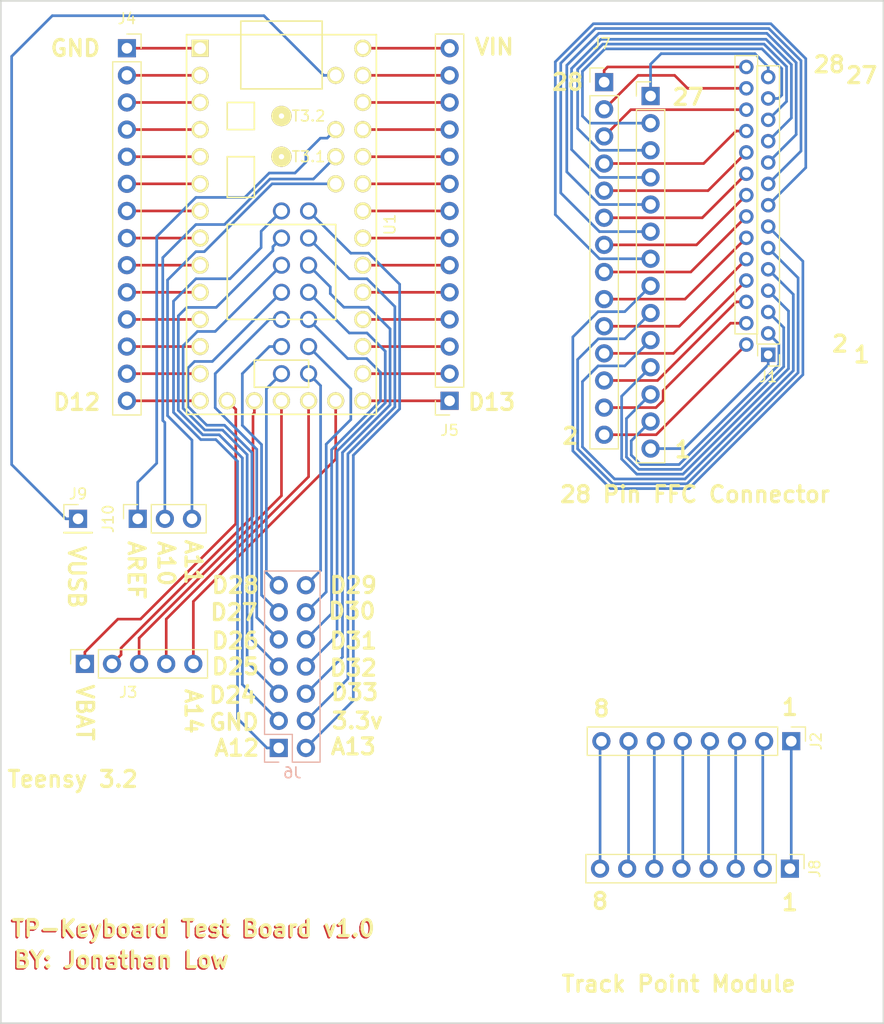
<source format=kicad_pcb>
(kicad_pcb (version 20171130) (host pcbnew "(5.0.0-3-g5ebb6b6)")

  (general
    (thickness 1.6)
    (drawings 47)
    (tracks 363)
    (zones 0)
    (modules 11)
    (nets 89)
  )

  (page A4)
  (layers
    (0 F.Cu signal)
    (31 B.Cu signal)
    (32 B.Adhes user)
    (33 F.Adhes user)
    (34 B.Paste user)
    (35 F.Paste user)
    (36 B.SilkS user)
    (37 F.SilkS user)
    (38 B.Mask user)
    (39 F.Mask user)
    (40 Dwgs.User user)
    (41 Cmts.User user)
    (42 Eco1.User user)
    (43 Eco2.User user)
    (44 Edge.Cuts user)
    (45 Margin user)
    (46 B.CrtYd user)
    (47 F.CrtYd user)
    (48 B.Fab user)
    (49 F.Fab user)
  )

  (setup
    (last_trace_width 0.25)
    (trace_clearance 0.2)
    (zone_clearance 0.508)
    (zone_45_only no)
    (trace_min 0.2)
    (segment_width 0.2)
    (edge_width 0.15)
    (via_size 0.8)
    (via_drill 0.4)
    (via_min_size 0.4)
    (via_min_drill 0.3)
    (uvia_size 0.3)
    (uvia_drill 0.1)
    (uvias_allowed no)
    (uvia_min_size 0.2)
    (uvia_min_drill 0.1)
    (pcb_text_width 0.3)
    (pcb_text_size 1.5 1.5)
    (mod_edge_width 0.15)
    (mod_text_size 1 1)
    (mod_text_width 0.15)
    (pad_size 1.524 1.524)
    (pad_drill 0.762)
    (pad_to_mask_clearance 0.2)
    (aux_axis_origin 0 0)
    (visible_elements FFFFFF7F)
    (pcbplotparams
      (layerselection 0x010fc_ffffffff)
      (usegerberextensions false)
      (usegerberattributes false)
      (usegerberadvancedattributes false)
      (creategerberjobfile false)
      (excludeedgelayer true)
      (linewidth 0.100000)
      (plotframeref false)
      (viasonmask false)
      (mode 1)
      (useauxorigin false)
      (hpglpennumber 1)
      (hpglpenspeed 20)
      (hpglpendiameter 15.000000)
      (psnegative false)
      (psa4output false)
      (plotreference true)
      (plotvalue true)
      (plotinvisibletext false)
      (padsonsilk false)
      (subtractmaskfromsilk false)
      (outputformat 1)
      (mirror false)
      (drillshape 1)
      (scaleselection 1)
      (outputdirectory ""))
  )

  (net 0 "")
  (net 1 "Net-(J3-Pad1)")
  (net 2 "Net-(J3-Pad2)")
  (net 3 "Net-(J3-Pad3)")
  (net 4 "Net-(J3-Pad4)")
  (net 5 "Net-(J3-Pad5)")
  (net 6 "Net-(J4-Pad1)")
  (net 7 "Net-(J4-Pad2)")
  (net 8 "Net-(J4-Pad3)")
  (net 9 "Net-(J4-Pad4)")
  (net 10 "Net-(J4-Pad5)")
  (net 11 "Net-(J4-Pad6)")
  (net 12 "Net-(J4-Pad7)")
  (net 13 "Net-(J4-Pad8)")
  (net 14 "Net-(J4-Pad9)")
  (net 15 "Net-(J4-Pad10)")
  (net 16 "Net-(J4-Pad11)")
  (net 17 "Net-(J4-Pad12)")
  (net 18 "Net-(J4-Pad13)")
  (net 19 "Net-(J4-Pad14)")
  (net 20 "Net-(J5-Pad14)")
  (net 21 "Net-(J5-Pad13)")
  (net 22 "Net-(J5-Pad12)")
  (net 23 "Net-(J5-Pad11)")
  (net 24 "Net-(J5-Pad10)")
  (net 25 "Net-(J5-Pad9)")
  (net 26 "Net-(J5-Pad8)")
  (net 27 "Net-(J5-Pad7)")
  (net 28 "Net-(J5-Pad6)")
  (net 29 "Net-(J5-Pad5)")
  (net 30 "Net-(J5-Pad4)")
  (net 31 "Net-(J5-Pad3)")
  (net 32 "Net-(J5-Pad2)")
  (net 33 "Net-(J5-Pad1)")
  (net 34 /A_12)
  (net 35 /GND_PAD)
  (net 36 "Net-(J6-Pad3)")
  (net 37 "Net-(J6-Pad4)")
  (net 38 "Net-(J6-Pad5)")
  (net 39 "Net-(J6-Pad6)")
  (net 40 "Net-(J6-Pad7)")
  (net 41 "Net-(J6-Pad8)")
  (net 42 "Net-(J6-Pad9)")
  (net 43 "Net-(J6-Pad10)")
  (net 44 "Net-(J6-Pad11)")
  (net 45 "Net-(J6-Pad12)")
  (net 46 "Net-(J6-Pad13)")
  (net 47 "Net-(J6-Pad14)")
  (net 48 "Net-(U1-Pad52)")
  (net 49 "Net-(J1-Pad14)")
  (net 50 "Net-(J1-Pad13)")
  (net 51 "Net-(J1-Pad12)")
  (net 52 "Net-(J1-Pad11)")
  (net 53 "Net-(J1-Pad10)")
  (net 54 "Net-(J1-Pad9)")
  (net 55 "Net-(J1-Pad8)")
  (net 56 "Net-(J1-Pad7)")
  (net 57 "Net-(J1-Pad6)")
  (net 58 "Net-(J1-Pad5)")
  (net 59 "Net-(J1-Pad4)")
  (net 60 "Net-(J1-Pad3)")
  (net 61 "Net-(J1-Pad2)")
  (net 62 "Net-(J1-Pad1)")
  (net 63 "Net-(J1-Pad21)")
  (net 64 "Net-(J1-Pad28)")
  (net 65 "Net-(J1-Pad20)")
  (net 66 "Net-(J1-Pad19)")
  (net 67 "Net-(J1-Pad25)")
  (net 68 "Net-(J1-Pad26)")
  (net 69 "Net-(J1-Pad15)")
  (net 70 "Net-(J1-Pad23)")
  (net 71 "Net-(J1-Pad16)")
  (net 72 "Net-(J1-Pad27)")
  (net 73 "Net-(J1-Pad24)")
  (net 74 "Net-(J1-Pad17)")
  (net 75 "Net-(J1-Pad22)")
  (net 76 "Net-(J1-Pad18)")
  (net 77 "Net-(J2-Pad1)")
  (net 78 "Net-(J2-Pad2)")
  (net 79 "Net-(J2-Pad3)")
  (net 80 "Net-(J2-Pad4)")
  (net 81 "Net-(J2-Pad5)")
  (net 82 "Net-(J2-Pad6)")
  (net 83 "Net-(J2-Pad7)")
  (net 84 "Net-(J2-Pad8)")
  (net 85 "Net-(J9-Pad1)")
  (net 86 "Net-(J10-Pad1)")
  (net 87 "Net-(J10-Pad2)")
  (net 88 "Net-(J10-Pad3)")

  (net_class Default "This is the default net class."
    (clearance 0.2)
    (trace_width 0.25)
    (via_dia 0.8)
    (via_drill 0.4)
    (uvia_dia 0.3)
    (uvia_drill 0.1)
    (add_net /A_12)
    (add_net /GND_PAD)
    (add_net "Net-(J1-Pad1)")
    (add_net "Net-(J1-Pad10)")
    (add_net "Net-(J1-Pad11)")
    (add_net "Net-(J1-Pad12)")
    (add_net "Net-(J1-Pad13)")
    (add_net "Net-(J1-Pad14)")
    (add_net "Net-(J1-Pad15)")
    (add_net "Net-(J1-Pad16)")
    (add_net "Net-(J1-Pad17)")
    (add_net "Net-(J1-Pad18)")
    (add_net "Net-(J1-Pad19)")
    (add_net "Net-(J1-Pad2)")
    (add_net "Net-(J1-Pad20)")
    (add_net "Net-(J1-Pad21)")
    (add_net "Net-(J1-Pad22)")
    (add_net "Net-(J1-Pad23)")
    (add_net "Net-(J1-Pad24)")
    (add_net "Net-(J1-Pad25)")
    (add_net "Net-(J1-Pad26)")
    (add_net "Net-(J1-Pad27)")
    (add_net "Net-(J1-Pad28)")
    (add_net "Net-(J1-Pad3)")
    (add_net "Net-(J1-Pad4)")
    (add_net "Net-(J1-Pad5)")
    (add_net "Net-(J1-Pad6)")
    (add_net "Net-(J1-Pad7)")
    (add_net "Net-(J1-Pad8)")
    (add_net "Net-(J1-Pad9)")
    (add_net "Net-(J10-Pad1)")
    (add_net "Net-(J10-Pad2)")
    (add_net "Net-(J10-Pad3)")
    (add_net "Net-(J2-Pad1)")
    (add_net "Net-(J2-Pad2)")
    (add_net "Net-(J2-Pad3)")
    (add_net "Net-(J2-Pad4)")
    (add_net "Net-(J2-Pad5)")
    (add_net "Net-(J2-Pad6)")
    (add_net "Net-(J2-Pad7)")
    (add_net "Net-(J2-Pad8)")
    (add_net "Net-(J3-Pad1)")
    (add_net "Net-(J3-Pad2)")
    (add_net "Net-(J3-Pad3)")
    (add_net "Net-(J3-Pad4)")
    (add_net "Net-(J3-Pad5)")
    (add_net "Net-(J4-Pad1)")
    (add_net "Net-(J4-Pad10)")
    (add_net "Net-(J4-Pad11)")
    (add_net "Net-(J4-Pad12)")
    (add_net "Net-(J4-Pad13)")
    (add_net "Net-(J4-Pad14)")
    (add_net "Net-(J4-Pad2)")
    (add_net "Net-(J4-Pad3)")
    (add_net "Net-(J4-Pad4)")
    (add_net "Net-(J4-Pad5)")
    (add_net "Net-(J4-Pad6)")
    (add_net "Net-(J4-Pad7)")
    (add_net "Net-(J4-Pad8)")
    (add_net "Net-(J4-Pad9)")
    (add_net "Net-(J5-Pad1)")
    (add_net "Net-(J5-Pad10)")
    (add_net "Net-(J5-Pad11)")
    (add_net "Net-(J5-Pad12)")
    (add_net "Net-(J5-Pad13)")
    (add_net "Net-(J5-Pad14)")
    (add_net "Net-(J5-Pad2)")
    (add_net "Net-(J5-Pad3)")
    (add_net "Net-(J5-Pad4)")
    (add_net "Net-(J5-Pad5)")
    (add_net "Net-(J5-Pad6)")
    (add_net "Net-(J5-Pad7)")
    (add_net "Net-(J5-Pad8)")
    (add_net "Net-(J5-Pad9)")
    (add_net "Net-(J6-Pad10)")
    (add_net "Net-(J6-Pad11)")
    (add_net "Net-(J6-Pad12)")
    (add_net "Net-(J6-Pad13)")
    (add_net "Net-(J6-Pad14)")
    (add_net "Net-(J6-Pad3)")
    (add_net "Net-(J6-Pad4)")
    (add_net "Net-(J6-Pad5)")
    (add_net "Net-(J6-Pad6)")
    (add_net "Net-(J6-Pad7)")
    (add_net "Net-(J6-Pad8)")
    (add_net "Net-(J6-Pad9)")
    (add_net "Net-(J9-Pad1)")
    (add_net "Net-(U1-Pad52)")
  )

  (module Connector_PinSocket_2.54mm:PinSocket_1x05_P2.54mm_Vertical (layer F.Cu) (tedit 5A19A420) (tstamp 5D5A5386)
    (at 186.182982 115.567144 90)
    (descr "Through hole straight socket strip, 1x05, 2.54mm pitch, single row (from Kicad 4.0.7), script generated")
    (tags "Through hole socket strip THT 1x05 2.54mm single row")
    (path /5D42B285)
    (fp_text reference J3 (at -2.669856 4.063018 180) (layer F.SilkS)
      (effects (font (size 1 1) (thickness 0.15)))
    )
    (fp_text value Conn_01x05_Male (at 0 12.93 90) (layer F.Fab)
      (effects (font (size 1 1) (thickness 0.15)))
    )
    (fp_line (start -1.27 -1.27) (end 0.635 -1.27) (layer F.Fab) (width 0.1))
    (fp_line (start 0.635 -1.27) (end 1.27 -0.635) (layer F.Fab) (width 0.1))
    (fp_line (start 1.27 -0.635) (end 1.27 11.43) (layer F.Fab) (width 0.1))
    (fp_line (start 1.27 11.43) (end -1.27 11.43) (layer F.Fab) (width 0.1))
    (fp_line (start -1.27 11.43) (end -1.27 -1.27) (layer F.Fab) (width 0.1))
    (fp_line (start -1.33 1.27) (end 1.33 1.27) (layer F.SilkS) (width 0.12))
    (fp_line (start -1.33 1.27) (end -1.33 11.49) (layer F.SilkS) (width 0.12))
    (fp_line (start -1.33 11.49) (end 1.33 11.49) (layer F.SilkS) (width 0.12))
    (fp_line (start 1.33 1.27) (end 1.33 11.49) (layer F.SilkS) (width 0.12))
    (fp_line (start 1.33 -1.33) (end 1.33 0) (layer F.SilkS) (width 0.12))
    (fp_line (start 0 -1.33) (end 1.33 -1.33) (layer F.SilkS) (width 0.12))
    (fp_line (start -1.8 -1.8) (end 1.75 -1.8) (layer F.CrtYd) (width 0.05))
    (fp_line (start 1.75 -1.8) (end 1.75 11.9) (layer F.CrtYd) (width 0.05))
    (fp_line (start 1.75 11.9) (end -1.8 11.9) (layer F.CrtYd) (width 0.05))
    (fp_line (start -1.8 11.9) (end -1.8 -1.8) (layer F.CrtYd) (width 0.05))
    (fp_text user %R (at 0 5.08 180) (layer F.Fab)
      (effects (font (size 1 1) (thickness 0.15)))
    )
    (pad 1 thru_hole rect (at 0 0 90) (size 1.7 1.7) (drill 1) (layers *.Cu *.Mask)
      (net 1 "Net-(J3-Pad1)"))
    (pad 2 thru_hole oval (at 0 2.54 90) (size 1.7 1.7) (drill 1) (layers *.Cu *.Mask)
      (net 2 "Net-(J3-Pad2)"))
    (pad 3 thru_hole oval (at 0 5.08 90) (size 1.7 1.7) (drill 1) (layers *.Cu *.Mask)
      (net 3 "Net-(J3-Pad3)"))
    (pad 4 thru_hole oval (at 0 7.62 90) (size 1.7 1.7) (drill 1) (layers *.Cu *.Mask)
      (net 4 "Net-(J3-Pad4)"))
    (pad 5 thru_hole oval (at 0 10.16 90) (size 1.7 1.7) (drill 1) (layers *.Cu *.Mask)
      (net 5 "Net-(J3-Pad5)"))
    (model ${KISYS3DMOD}/Connector_PinSocket_2.54mm.3dshapes/PinSocket_1x05_P2.54mm_Vertical.wrl
      (at (xyz 0 0 0))
      (scale (xyz 1 1 1))
      (rotate (xyz 0 0 0))
    )
  )

  (module Connector_PinSocket_2.54mm:PinSocket_1x14_P2.54mm_Vertical (layer F.Cu) (tedit 5A19A434) (tstamp 5D5A53D7)
    (at 190.119982 57.909144)
    (descr "Through hole straight socket strip, 1x14, 2.54mm pitch, single row (from Kicad 4.0.7), script generated")
    (tags "Through hole socket strip THT 1x14 2.54mm single row")
    (path /5D427D0E)
    (fp_text reference J4 (at 0 -2.77) (layer F.SilkS)
      (effects (font (size 1 1) (thickness 0.15)))
    )
    (fp_text value Conn_01x14_Male (at 0 35.79) (layer F.Fab)
      (effects (font (size 1 1) (thickness 0.15)))
    )
    (fp_line (start -1.27 -1.27) (end 0.635 -1.27) (layer F.Fab) (width 0.1))
    (fp_line (start 0.635 -1.27) (end 1.27 -0.635) (layer F.Fab) (width 0.1))
    (fp_line (start 1.27 -0.635) (end 1.27 34.29) (layer F.Fab) (width 0.1))
    (fp_line (start 1.27 34.29) (end -1.27 34.29) (layer F.Fab) (width 0.1))
    (fp_line (start -1.27 34.29) (end -1.27 -1.27) (layer F.Fab) (width 0.1))
    (fp_line (start -1.33 1.27) (end 1.33 1.27) (layer F.SilkS) (width 0.12))
    (fp_line (start -1.33 1.27) (end -1.33 34.35) (layer F.SilkS) (width 0.12))
    (fp_line (start -1.33 34.35) (end 1.33 34.35) (layer F.SilkS) (width 0.12))
    (fp_line (start 1.33 1.27) (end 1.33 34.35) (layer F.SilkS) (width 0.12))
    (fp_line (start 1.33 -1.33) (end 1.33 0) (layer F.SilkS) (width 0.12))
    (fp_line (start 0 -1.33) (end 1.33 -1.33) (layer F.SilkS) (width 0.12))
    (fp_line (start -1.8 -1.8) (end 1.75 -1.8) (layer F.CrtYd) (width 0.05))
    (fp_line (start 1.75 -1.8) (end 1.75 34.8) (layer F.CrtYd) (width 0.05))
    (fp_line (start 1.75 34.8) (end -1.8 34.8) (layer F.CrtYd) (width 0.05))
    (fp_line (start -1.8 34.8) (end -1.8 -1.8) (layer F.CrtYd) (width 0.05))
    (fp_text user %R (at 0 16.51 90) (layer F.Fab)
      (effects (font (size 1 1) (thickness 0.15)))
    )
    (pad 1 thru_hole rect (at 0 0) (size 1.7 1.7) (drill 1) (layers *.Cu *.Mask)
      (net 6 "Net-(J4-Pad1)"))
    (pad 2 thru_hole oval (at 0 2.54) (size 1.7 1.7) (drill 1) (layers *.Cu *.Mask)
      (net 7 "Net-(J4-Pad2)"))
    (pad 3 thru_hole oval (at 0 5.08) (size 1.7 1.7) (drill 1) (layers *.Cu *.Mask)
      (net 8 "Net-(J4-Pad3)"))
    (pad 4 thru_hole oval (at 0 7.62) (size 1.7 1.7) (drill 1) (layers *.Cu *.Mask)
      (net 9 "Net-(J4-Pad4)"))
    (pad 5 thru_hole oval (at 0 10.16) (size 1.7 1.7) (drill 1) (layers *.Cu *.Mask)
      (net 10 "Net-(J4-Pad5)"))
    (pad 6 thru_hole oval (at 0 12.7) (size 1.7 1.7) (drill 1) (layers *.Cu *.Mask)
      (net 11 "Net-(J4-Pad6)"))
    (pad 7 thru_hole oval (at 0 15.24) (size 1.7 1.7) (drill 1) (layers *.Cu *.Mask)
      (net 12 "Net-(J4-Pad7)"))
    (pad 8 thru_hole oval (at 0 17.78) (size 1.7 1.7) (drill 1) (layers *.Cu *.Mask)
      (net 13 "Net-(J4-Pad8)"))
    (pad 9 thru_hole oval (at 0 20.32) (size 1.7 1.7) (drill 1) (layers *.Cu *.Mask)
      (net 14 "Net-(J4-Pad9)"))
    (pad 10 thru_hole oval (at 0 22.86) (size 1.7 1.7) (drill 1) (layers *.Cu *.Mask)
      (net 15 "Net-(J4-Pad10)"))
    (pad 11 thru_hole oval (at 0 25.4) (size 1.7 1.7) (drill 1) (layers *.Cu *.Mask)
      (net 16 "Net-(J4-Pad11)"))
    (pad 12 thru_hole oval (at 0 27.94) (size 1.7 1.7) (drill 1) (layers *.Cu *.Mask)
      (net 17 "Net-(J4-Pad12)"))
    (pad 13 thru_hole oval (at 0 30.48) (size 1.7 1.7) (drill 1) (layers *.Cu *.Mask)
      (net 18 "Net-(J4-Pad13)"))
    (pad 14 thru_hole oval (at 0 33.02) (size 1.7 1.7) (drill 1) (layers *.Cu *.Mask)
      (net 19 "Net-(J4-Pad14)"))
    (model ${KISYS3DMOD}/Connector_PinSocket_2.54mm.3dshapes/PinSocket_1x14_P2.54mm_Vertical.wrl
      (at (xyz 0 0 0))
      (scale (xyz 1 1 1))
      (rotate (xyz 0 0 0))
    )
  )

  (module Connector_PinSocket_2.54mm:PinSocket_1x14_P2.54mm_Vertical (layer F.Cu) (tedit 5A19A434) (tstamp 5D5A543A)
    (at 220.345982 90.929144 180)
    (descr "Through hole straight socket strip, 1x14, 2.54mm pitch, single row (from Kicad 4.0.7), script generated")
    (tags "Through hole socket strip THT 1x14 2.54mm single row")
    (path /5D42ACFB)
    (fp_text reference J5 (at 0 -2.77 180) (layer F.SilkS)
      (effects (font (size 1 1) (thickness 0.15)))
    )
    (fp_text value Conn_01x14_Male (at 0 35.79 180) (layer F.Fab)
      (effects (font (size 1 1) (thickness 0.15)))
    )
    (fp_text user %R (at 0 16.51 -90) (layer F.Fab)
      (effects (font (size 1 1) (thickness 0.15)))
    )
    (fp_line (start -1.8 34.8) (end -1.8 -1.8) (layer F.CrtYd) (width 0.05))
    (fp_line (start 1.75 34.8) (end -1.8 34.8) (layer F.CrtYd) (width 0.05))
    (fp_line (start 1.75 -1.8) (end 1.75 34.8) (layer F.CrtYd) (width 0.05))
    (fp_line (start -1.8 -1.8) (end 1.75 -1.8) (layer F.CrtYd) (width 0.05))
    (fp_line (start 0 -1.33) (end 1.33 -1.33) (layer F.SilkS) (width 0.12))
    (fp_line (start 1.33 -1.33) (end 1.33 0) (layer F.SilkS) (width 0.12))
    (fp_line (start 1.33 1.27) (end 1.33 34.35) (layer F.SilkS) (width 0.12))
    (fp_line (start -1.33 34.35) (end 1.33 34.35) (layer F.SilkS) (width 0.12))
    (fp_line (start -1.33 1.27) (end -1.33 34.35) (layer F.SilkS) (width 0.12))
    (fp_line (start -1.33 1.27) (end 1.33 1.27) (layer F.SilkS) (width 0.12))
    (fp_line (start -1.27 34.29) (end -1.27 -1.27) (layer F.Fab) (width 0.1))
    (fp_line (start 1.27 34.29) (end -1.27 34.29) (layer F.Fab) (width 0.1))
    (fp_line (start 1.27 -0.635) (end 1.27 34.29) (layer F.Fab) (width 0.1))
    (fp_line (start 0.635 -1.27) (end 1.27 -0.635) (layer F.Fab) (width 0.1))
    (fp_line (start -1.27 -1.27) (end 0.635 -1.27) (layer F.Fab) (width 0.1))
    (pad 14 thru_hole oval (at 0 33.02 180) (size 1.7 1.7) (drill 1) (layers *.Cu *.Mask)
      (net 20 "Net-(J5-Pad14)"))
    (pad 13 thru_hole oval (at 0 30.48 180) (size 1.7 1.7) (drill 1) (layers *.Cu *.Mask)
      (net 21 "Net-(J5-Pad13)"))
    (pad 12 thru_hole oval (at 0 27.94 180) (size 1.7 1.7) (drill 1) (layers *.Cu *.Mask)
      (net 22 "Net-(J5-Pad12)"))
    (pad 11 thru_hole oval (at 0 25.4 180) (size 1.7 1.7) (drill 1) (layers *.Cu *.Mask)
      (net 23 "Net-(J5-Pad11)"))
    (pad 10 thru_hole oval (at 0 22.86 180) (size 1.7 1.7) (drill 1) (layers *.Cu *.Mask)
      (net 24 "Net-(J5-Pad10)"))
    (pad 9 thru_hole oval (at 0 20.32 180) (size 1.7 1.7) (drill 1) (layers *.Cu *.Mask)
      (net 25 "Net-(J5-Pad9)"))
    (pad 8 thru_hole oval (at 0 17.78 180) (size 1.7 1.7) (drill 1) (layers *.Cu *.Mask)
      (net 26 "Net-(J5-Pad8)"))
    (pad 7 thru_hole oval (at 0 15.24 180) (size 1.7 1.7) (drill 1) (layers *.Cu *.Mask)
      (net 27 "Net-(J5-Pad7)"))
    (pad 6 thru_hole oval (at 0 12.7 180) (size 1.7 1.7) (drill 1) (layers *.Cu *.Mask)
      (net 28 "Net-(J5-Pad6)"))
    (pad 5 thru_hole oval (at 0 10.16 180) (size 1.7 1.7) (drill 1) (layers *.Cu *.Mask)
      (net 29 "Net-(J5-Pad5)"))
    (pad 4 thru_hole oval (at 0 7.62 180) (size 1.7 1.7) (drill 1) (layers *.Cu *.Mask)
      (net 30 "Net-(J5-Pad4)"))
    (pad 3 thru_hole oval (at 0 5.08 180) (size 1.7 1.7) (drill 1) (layers *.Cu *.Mask)
      (net 31 "Net-(J5-Pad3)"))
    (pad 2 thru_hole oval (at 0 2.54 180) (size 1.7 1.7) (drill 1) (layers *.Cu *.Mask)
      (net 32 "Net-(J5-Pad2)"))
    (pad 1 thru_hole rect (at 0 0 180) (size 1.7 1.7) (drill 1) (layers *.Cu *.Mask)
      (net 33 "Net-(J5-Pad1)"))
    (model ${KISYS3DMOD}/Connector_PinSocket_2.54mm.3dshapes/PinSocket_1x14_P2.54mm_Vertical.wrl
      (at (xyz 0 0 0))
      (scale (xyz 1 1 1))
      (rotate (xyz 0 0 0))
    )
  )

  (module teensy:Teensy30_31_32_LC (layer F.Cu) (tedit 5A29202F) (tstamp 5D5A553F)
    (at 204.597982 74.419144 270)
    (path /5D40AA67)
    (fp_text reference U1 (at 0 -10.16 270) (layer F.SilkS)
      (effects (font (size 1 1) (thickness 0.15)))
    )
    (fp_text value Teensy3.2 (at 0 10.16 270) (layer F.Fab)
      (effects (font (size 1 1) (thickness 0.15)))
    )
    (fp_text user T3.2 (at -10.16 -2.54) (layer F.SilkS)
      (effects (font (size 1 1) (thickness 0.15)))
    )
    (fp_text user T3.1 (at -6.35 -2.54) (layer F.SilkS)
      (effects (font (size 1 1) (thickness 0.15)))
    )
    (fp_line (start -17.78 3.81) (end -19.05 3.81) (layer F.SilkS) (width 0.15))
    (fp_line (start -19.05 3.81) (end -19.05 -3.81) (layer F.SilkS) (width 0.15))
    (fp_line (start -19.05 -3.81) (end -17.78 -3.81) (layer F.SilkS) (width 0.15))
    (fp_line (start -6.35 5.08) (end -2.54 5.08) (layer F.SilkS) (width 0.15))
    (fp_line (start -2.54 5.08) (end -2.54 2.54) (layer F.SilkS) (width 0.15))
    (fp_line (start -2.54 2.54) (end -6.35 2.54) (layer F.SilkS) (width 0.15))
    (fp_line (start -6.35 2.54) (end -6.35 5.08) (layer F.SilkS) (width 0.15))
    (fp_line (start -12.7 3.81) (end -12.7 -3.81) (layer F.SilkS) (width 0.15))
    (fp_line (start -12.7 -3.81) (end -17.78 -3.81) (layer F.SilkS) (width 0.15))
    (fp_line (start -12.7 3.81) (end -17.78 3.81) (layer F.SilkS) (width 0.15))
    (fp_line (start -11.43 5.08) (end -8.89 5.08) (layer F.SilkS) (width 0.15))
    (fp_line (start -8.89 5.08) (end -8.89 2.54) (layer F.SilkS) (width 0.15))
    (fp_line (start -8.89 2.54) (end -11.43 2.54) (layer F.SilkS) (width 0.15))
    (fp_line (start -11.43 2.54) (end -11.43 5.08) (layer F.SilkS) (width 0.15))
    (fp_line (start 15.24 -2.54) (end 15.24 2.54) (layer F.SilkS) (width 0.15))
    (fp_line (start 15.24 2.54) (end 12.7 2.54) (layer F.SilkS) (width 0.15))
    (fp_line (start 12.7 2.54) (end 12.7 -2.54) (layer F.SilkS) (width 0.15))
    (fp_line (start 12.7 -2.54) (end 15.24 -2.54) (layer F.SilkS) (width 0.15))
    (fp_line (start 8.89 5.08) (end 8.89 -5.08) (layer F.SilkS) (width 0.15))
    (fp_line (start 0 -5.08) (end 0 5.08) (layer F.SilkS) (width 0.15))
    (fp_line (start 8.89 -5.08) (end 0 -5.08) (layer F.SilkS) (width 0.15))
    (fp_line (start 8.89 5.08) (end 0 5.08) (layer F.SilkS) (width 0.15))
    (fp_line (start -17.78 -8.89) (end 17.78 -8.89) (layer F.SilkS) (width 0.15))
    (fp_line (start 17.78 -8.89) (end 17.78 8.89) (layer F.SilkS) (width 0.15))
    (fp_line (start 17.78 8.89) (end -17.78 8.89) (layer F.SilkS) (width 0.15))
    (fp_line (start -17.78 8.89) (end -17.78 -8.89) (layer F.SilkS) (width 0.15))
    (pad 17 thru_hole circle (at 16.51 0 270) (size 1.6 1.6) (drill 1.1) (layers *.Cu *.Mask F.SilkS)
      (net 3 "Net-(J3-Pad3)"))
    (pad 18 thru_hole circle (at 16.51 -2.54 270) (size 1.6 1.6) (drill 1.1) (layers *.Cu *.Mask F.SilkS)
      (net 4 "Net-(J3-Pad4)"))
    (pad 19 thru_hole circle (at 16.51 -5.08 270) (size 1.6 1.6) (drill 1.1) (layers *.Cu *.Mask F.SilkS)
      (net 5 "Net-(J3-Pad5)"))
    (pad 20 thru_hole circle (at 16.51 -7.62 270) (size 1.6 1.6) (drill 1.1) (layers *.Cu *.Mask F.SilkS)
      (net 33 "Net-(J5-Pad1)"))
    (pad 16 thru_hole circle (at 16.51 2.54 270) (size 1.6 1.6) (drill 1.1) (layers *.Cu *.Mask F.SilkS)
      (net 2 "Net-(J3-Pad2)"))
    (pad 15 thru_hole circle (at 16.51 5.08 270) (size 1.6 1.6) (drill 1.1) (layers *.Cu *.Mask F.SilkS)
      (net 1 "Net-(J3-Pad1)"))
    (pad 14 thru_hole circle (at 16.51 7.62 270) (size 1.6 1.6) (drill 1.1) (layers *.Cu *.Mask F.SilkS)
      (net 19 "Net-(J4-Pad14)"))
    (pad 21 thru_hole circle (at 13.97 -7.62 270) (size 1.6 1.6) (drill 1.1) (layers *.Cu *.Mask F.SilkS)
      (net 32 "Net-(J5-Pad2)"))
    (pad 22 thru_hole circle (at 11.43 -7.62 270) (size 1.6 1.6) (drill 1.1) (layers *.Cu *.Mask F.SilkS)
      (net 31 "Net-(J5-Pad3)"))
    (pad 23 thru_hole circle (at 8.89 -7.62 270) (size 1.6 1.6) (drill 1.1) (layers *.Cu *.Mask F.SilkS)
      (net 30 "Net-(J5-Pad4)"))
    (pad 24 thru_hole circle (at 6.35 -7.62 270) (size 1.6 1.6) (drill 1.1) (layers *.Cu *.Mask F.SilkS)
      (net 29 "Net-(J5-Pad5)"))
    (pad 25 thru_hole circle (at 3.81 -7.62 270) (size 1.6 1.6) (drill 1.1) (layers *.Cu *.Mask F.SilkS)
      (net 28 "Net-(J5-Pad6)"))
    (pad 26 thru_hole circle (at 1.27 -7.62 270) (size 1.6 1.6) (drill 1.1) (layers *.Cu *.Mask F.SilkS)
      (net 27 "Net-(J5-Pad7)"))
    (pad 27 thru_hole circle (at -1.27 -7.62 270) (size 1.6 1.6) (drill 1.1) (layers *.Cu *.Mask F.SilkS)
      (net 26 "Net-(J5-Pad8)"))
    (pad 28 thru_hole circle (at -3.81 -7.62 270) (size 1.6 1.6) (drill 1.1) (layers *.Cu *.Mask F.SilkS)
      (net 25 "Net-(J5-Pad9)"))
    (pad 29 thru_hole circle (at -6.35 -7.62 270) (size 1.6 1.6) (drill 1.1) (layers *.Cu *.Mask F.SilkS)
      (net 24 "Net-(J5-Pad10)"))
    (pad 30 thru_hole circle (at -8.89 -7.62 270) (size 1.6 1.6) (drill 1.1) (layers *.Cu *.Mask F.SilkS)
      (net 23 "Net-(J5-Pad11)"))
    (pad 31 thru_hole circle (at -11.43 -7.62 270) (size 1.6 1.6) (drill 1.1) (layers *.Cu *.Mask F.SilkS)
      (net 22 "Net-(J5-Pad12)"))
    (pad 32 thru_hole circle (at -13.97 -7.62 270) (size 1.6 1.6) (drill 1.1) (layers *.Cu *.Mask F.SilkS)
      (net 21 "Net-(J5-Pad13)"))
    (pad 33 thru_hole circle (at -16.51 -7.62 270) (size 1.6 1.6) (drill 1.1) (layers *.Cu *.Mask F.SilkS)
      (net 20 "Net-(J5-Pad14)"))
    (pad 34 thru_hole circle (at -13.97 -5.08 270) (size 1.6 1.6) (drill 1.1) (layers *.Cu *.Mask F.SilkS)
      (net 85 "Net-(J9-Pad1)"))
    (pad 35 thru_hole circle (at -8.89 -5.08 270) (size 1.6 1.6) (drill 1.1) (layers *.Cu *.Mask F.SilkS)
      (net 86 "Net-(J10-Pad1)"))
    (pad 36 thru_hole circle (at -6.35 -5.08 270) (size 1.6 1.6) (drill 1.1) (layers *.Cu *.Mask F.SilkS)
      (net 87 "Net-(J10-Pad2)"))
    (pad 37 thru_hole circle (at -3.81 -5.08 270) (size 1.6 1.6) (drill 1.1) (layers *.Cu *.Mask F.SilkS)
      (net 88 "Net-(J10-Pad3)"))
    (pad 13 thru_hole circle (at 13.97 7.62 270) (size 1.6 1.6) (drill 1.1) (layers *.Cu *.Mask F.SilkS)
      (net 18 "Net-(J4-Pad13)"))
    (pad 12 thru_hole circle (at 11.43 7.62 270) (size 1.6 1.6) (drill 1.1) (layers *.Cu *.Mask F.SilkS)
      (net 17 "Net-(J4-Pad12)"))
    (pad 11 thru_hole circle (at 8.89 7.62 270) (size 1.6 1.6) (drill 1.1) (layers *.Cu *.Mask F.SilkS)
      (net 16 "Net-(J4-Pad11)"))
    (pad 10 thru_hole circle (at 6.35 7.62 270) (size 1.6 1.6) (drill 1.1) (layers *.Cu *.Mask F.SilkS)
      (net 15 "Net-(J4-Pad10)"))
    (pad 9 thru_hole circle (at 3.81 7.62 270) (size 1.6 1.6) (drill 1.1) (layers *.Cu *.Mask F.SilkS)
      (net 14 "Net-(J4-Pad9)"))
    (pad 8 thru_hole circle (at 1.27 7.62 270) (size 1.6 1.6) (drill 1.1) (layers *.Cu *.Mask F.SilkS)
      (net 13 "Net-(J4-Pad8)"))
    (pad 7 thru_hole circle (at -1.27 7.62 270) (size 1.6 1.6) (drill 1.1) (layers *.Cu *.Mask F.SilkS)
      (net 12 "Net-(J4-Pad7)"))
    (pad 6 thru_hole circle (at -3.81 7.62 270) (size 1.6 1.6) (drill 1.1) (layers *.Cu *.Mask F.SilkS)
      (net 11 "Net-(J4-Pad6)"))
    (pad 5 thru_hole circle (at -6.35 7.62 270) (size 1.6 1.6) (drill 1.1) (layers *.Cu *.Mask F.SilkS)
      (net 10 "Net-(J4-Pad5)"))
    (pad 4 thru_hole circle (at -8.89 7.62 270) (size 1.6 1.6) (drill 1.1) (layers *.Cu *.Mask F.SilkS)
      (net 9 "Net-(J4-Pad4)"))
    (pad 3 thru_hole circle (at -11.43 7.62 270) (size 1.6 1.6) (drill 1.1) (layers *.Cu *.Mask F.SilkS)
      (net 8 "Net-(J4-Pad3)"))
    (pad 2 thru_hole circle (at -13.97 7.62 270) (size 1.6 1.6) (drill 1.1) (layers *.Cu *.Mask F.SilkS)
      (net 7 "Net-(J4-Pad2)"))
    (pad 1 thru_hole rect (at -16.51 7.62 270) (size 1.6 1.6) (drill 1.1) (layers *.Cu *.Mask F.SilkS)
      (net 6 "Net-(J4-Pad1)"))
    (pad 38 thru_hole circle (at -1.27 0 270) (size 1.6 1.6) (drill 1.1) (layers *.Cu *.Mask)
      (net 34 /A_12))
    (pad 39 thru_hole circle (at 1.27 0 270) (size 1.6 1.6) (drill 1.1) (layers *.Cu *.Mask)
      (net 35 /GND_PAD))
    (pad 40 thru_hole circle (at 3.81 0 270) (size 1.6 1.6) (drill 1.1) (layers *.Cu *.Mask)
      (net 41 "Net-(J6-Pad8)"))
    (pad 41 thru_hole circle (at 6.35 0 270) (size 1.6 1.6) (drill 1.1) (layers *.Cu *.Mask)
      (net 42 "Net-(J6-Pad9)"))
    (pad 42 thru_hole circle (at 8.89 0 270) (size 1.6 1.6) (drill 1.1) (layers *.Cu *.Mask)
      (net 43 "Net-(J6-Pad10)"))
    (pad 43 thru_hole circle (at 11.43 0 270) (size 1.6 1.6) (drill 1.1) (layers *.Cu *.Mask)
      (net 44 "Net-(J6-Pad11)"))
    (pad 44 thru_hole circle (at 13.97 0 270) (size 1.6 1.6) (drill 1.1) (layers *.Cu *.Mask)
      (net 45 "Net-(J6-Pad12)"))
    (pad 45 thru_hole circle (at 13.97 -2.54 270) (size 1.6 1.6) (drill 1.1) (layers *.Cu *.Mask)
      (net 46 "Net-(J6-Pad13)"))
    (pad 46 thru_hole circle (at 11.43 -2.54 270) (size 1.6 1.6) (drill 1.1) (layers *.Cu *.Mask)
      (net 47 "Net-(J6-Pad14)"))
    (pad 47 thru_hole circle (at 8.89 -2.54 270) (size 1.6 1.6) (drill 1.1) (layers *.Cu *.Mask)
      (net 40 "Net-(J6-Pad7)"))
    (pad 48 thru_hole circle (at 6.35 -2.54 270) (size 1.6 1.6) (drill 1.1) (layers *.Cu *.Mask)
      (net 39 "Net-(J6-Pad6)"))
    (pad 49 thru_hole circle (at 3.81 -2.54 270) (size 1.6 1.6) (drill 1.1) (layers *.Cu *.Mask)
      (net 38 "Net-(J6-Pad5)"))
    (pad 50 thru_hole circle (at 1.27 -2.54 270) (size 1.6 1.6) (drill 1.1) (layers *.Cu *.Mask)
      (net 37 "Net-(J6-Pad4)"))
    (pad 51 thru_hole circle (at -1.27 -2.54 270) (size 1.6 1.6) (drill 1.1) (layers *.Cu *.Mask)
      (net 36 "Net-(J6-Pad3)"))
    (pad 52 thru_hole circle (at -6.35 0 270) (size 1.9 1.9) (drill 0.5) (layers *.Cu *.Mask F.SilkS)
      (net 48 "Net-(U1-Pad52)"))
    (pad 52 thru_hole circle (at -10.16 0 270) (size 1.9 1.9) (drill 0.5) (layers *.Cu *.Mask F.SilkS)
      (net 48 "Net-(U1-Pad52)"))
  )

  (module Connector_PinHeader_2.54mm:PinHeader_1x08_P2.54mm_Vertical (layer F.Cu) (tedit 59FED5CC) (tstamp 5D5A6102)
    (at 252.349 122.809 270)
    (descr "Through hole straight pin header, 1x08, 2.54mm pitch, single row")
    (tags "Through hole pin header THT 1x08 2.54mm single row")
    (path /5D4645E8)
    (fp_text reference J2 (at 0 -2.33 270) (layer F.SilkS)
      (effects (font (size 1 1) (thickness 0.15)))
    )
    (fp_text value Conn_01x08_Male (at 0 20.11 270) (layer F.Fab)
      (effects (font (size 1 1) (thickness 0.15)))
    )
    (fp_line (start -0.635 -1.27) (end 1.27 -1.27) (layer F.Fab) (width 0.1))
    (fp_line (start 1.27 -1.27) (end 1.27 19.05) (layer F.Fab) (width 0.1))
    (fp_line (start 1.27 19.05) (end -1.27 19.05) (layer F.Fab) (width 0.1))
    (fp_line (start -1.27 19.05) (end -1.27 -0.635) (layer F.Fab) (width 0.1))
    (fp_line (start -1.27 -0.635) (end -0.635 -1.27) (layer F.Fab) (width 0.1))
    (fp_line (start -1.33 19.11) (end 1.33 19.11) (layer F.SilkS) (width 0.12))
    (fp_line (start -1.33 1.27) (end -1.33 19.11) (layer F.SilkS) (width 0.12))
    (fp_line (start 1.33 1.27) (end 1.33 19.11) (layer F.SilkS) (width 0.12))
    (fp_line (start -1.33 1.27) (end 1.33 1.27) (layer F.SilkS) (width 0.12))
    (fp_line (start -1.33 0) (end -1.33 -1.33) (layer F.SilkS) (width 0.12))
    (fp_line (start -1.33 -1.33) (end 0 -1.33) (layer F.SilkS) (width 0.12))
    (fp_line (start -1.8 -1.8) (end -1.8 19.55) (layer F.CrtYd) (width 0.05))
    (fp_line (start -1.8 19.55) (end 1.8 19.55) (layer F.CrtYd) (width 0.05))
    (fp_line (start 1.8 19.55) (end 1.8 -1.8) (layer F.CrtYd) (width 0.05))
    (fp_line (start 1.8 -1.8) (end -1.8 -1.8) (layer F.CrtYd) (width 0.05))
    (fp_text user %R (at 0 8.89) (layer F.Fab)
      (effects (font (size 1 1) (thickness 0.15)))
    )
    (pad 1 thru_hole rect (at 0 0 270) (size 1.7 1.7) (drill 1) (layers *.Cu *.Mask)
      (net 77 "Net-(J2-Pad1)"))
    (pad 2 thru_hole oval (at 0 2.54 270) (size 1.7 1.7) (drill 1) (layers *.Cu *.Mask)
      (net 78 "Net-(J2-Pad2)"))
    (pad 3 thru_hole oval (at 0 5.08 270) (size 1.7 1.7) (drill 1) (layers *.Cu *.Mask)
      (net 79 "Net-(J2-Pad3)"))
    (pad 4 thru_hole oval (at 0 7.62 270) (size 1.7 1.7) (drill 1) (layers *.Cu *.Mask)
      (net 80 "Net-(J2-Pad4)"))
    (pad 5 thru_hole oval (at 0 10.16 270) (size 1.7 1.7) (drill 1) (layers *.Cu *.Mask)
      (net 81 "Net-(J2-Pad5)"))
    (pad 6 thru_hole oval (at 0 12.7 270) (size 1.7 1.7) (drill 1) (layers *.Cu *.Mask)
      (net 82 "Net-(J2-Pad6)"))
    (pad 7 thru_hole oval (at 0 15.24 270) (size 1.7 1.7) (drill 1) (layers *.Cu *.Mask)
      (net 83 "Net-(J2-Pad7)"))
    (pad 8 thru_hole oval (at 0 17.78 270) (size 1.7 1.7) (drill 1) (layers *.Cu *.Mask)
      (net 84 "Net-(J2-Pad8)"))
    (model ${KISYS3DMOD}/Connector_PinHeader_2.54mm.3dshapes/PinHeader_1x08_P2.54mm_Vertical.wrl
      (at (xyz 0 0 0))
      (scale (xyz 1 1 1))
      (rotate (xyz 0 0 0))
    )
  )

  (module custom:Con_FFC_28_ALT (layer F.Cu) (tedit 5D445EDD) (tstamp 5D5A4BB3)
    (at 250.19 86.614 180)
    (descr "Through hole straight pin header, 1x14, 2.00mm pitch, single row")
    (tags "Through hole pin header THT 1x14 2.00mm single row")
    (path /5D3FD40F)
    (fp_text reference J1 (at 0 -2.06 180) (layer F.SilkS)
      (effects (font (size 1 1) (thickness 0.15)))
    )
    (fp_text value Conn_01x28_Female (at -3 29.06 180) (layer F.Fab)
      (effects (font (size 1 1) (thickness 0.15)))
    )
    (fp_text user %R (at 0 13 270) (layer F.Fab)
      (effects (font (size 1 1) (thickness 0.15)))
    )
    (fp_line (start 1.5 -1.5) (end -1.5 -1.5) (layer F.CrtYd) (width 0.05))
    (fp_line (start 1.5 27.5) (end 1.5 -1.5) (layer F.CrtYd) (width 0.05))
    (fp_line (start -1.5 27.5) (end 1.5 27.5) (layer F.CrtYd) (width 0.05))
    (fp_line (start -1.5 -1.5) (end -1.5 27.5) (layer F.CrtYd) (width 0.05))
    (fp_line (start -1.06 -1.06) (end 0 -1.06) (layer F.SilkS) (width 0.12))
    (fp_line (start -1.06 0) (end -1.06 -1.06) (layer F.SilkS) (width 0.12))
    (fp_line (start -1.06 1) (end 1.06 1) (layer F.SilkS) (width 0.12))
    (fp_line (start 1.06 1) (end 1.06 27.06) (layer F.SilkS) (width 0.12))
    (fp_line (start -1.06 1) (end -1.06 27.06) (layer F.SilkS) (width 0.12))
    (fp_line (start -1.06 27.06) (end 1.06 27.06) (layer F.SilkS) (width 0.12))
    (fp_line (start -1 -0.5) (end -0.5 -1) (layer F.Fab) (width 0.1))
    (fp_line (start -1 27) (end -1 -0.5) (layer F.Fab) (width 0.1))
    (fp_line (start 1 27) (end -1 27) (layer F.Fab) (width 0.1))
    (fp_line (start 1 -1) (end 1 27) (layer F.Fab) (width 0.1))
    (fp_line (start -0.5 -1) (end 1 -1) (layer F.Fab) (width 0.1))
    (fp_text user %R (at 2.05 13.95 270) (layer F.Fab)
      (effects (font (size 1 1) (thickness 0.15)))
    )
    (fp_line (start 0.55 28.45) (end 3.55 28.45) (layer F.CrtYd) (width 0.05))
    (fp_line (start 3.11 1.95) (end 3.11 28.01) (layer F.SilkS) (width 0.12))
    (fp_line (start 0.55 -0.55) (end 0.55 28.45) (layer F.CrtYd) (width 0.05))
    (fp_line (start 0.99 1.95) (end 3.11 1.95) (layer F.SilkS) (width 0.12))
    (fp_line (start 1.05 0.45) (end 1.55 -0.05) (layer F.Fab) (width 0.1))
    (fp_line (start 0.99 1.95) (end 0.99 28.01) (layer F.SilkS) (width 0.12))
    (fp_line (start 0.99 0.95) (end 0.99 -0.11) (layer F.SilkS) (width 0.12))
    (fp_line (start 1.55 -0.05) (end 3.05 -0.05) (layer F.Fab) (width 0.1))
    (fp_line (start 3.55 28.45) (end 3.55 -0.55) (layer F.CrtYd) (width 0.05))
    (fp_line (start 0.99 28.01) (end 3.11 28.01) (layer F.SilkS) (width 0.12))
    (fp_line (start 1.05 27.95) (end 1.05 0.45) (layer F.Fab) (width 0.1))
    (fp_line (start 3.05 27.95) (end 1.05 27.95) (layer F.Fab) (width 0.1))
    (fp_line (start 3.05 -0.05) (end 3.05 27.95) (layer F.Fab) (width 0.1))
    (fp_line (start 3.55 -0.55) (end 0.55 -0.55) (layer F.CrtYd) (width 0.05))
    (pad 27 thru_hole oval (at 0 26 180) (size 1.35 1.35) (drill 0.8) (layers *.Cu *.Mask)
      (net 72 "Net-(J1-Pad27)"))
    (pad 25 thru_hole oval (at 0 24 180) (size 1.35 1.35) (drill 0.8) (layers *.Cu *.Mask)
      (net 67 "Net-(J1-Pad25)"))
    (pad 23 thru_hole oval (at 0 22 180) (size 1.35 1.35) (drill 0.8) (layers *.Cu *.Mask)
      (net 70 "Net-(J1-Pad23)"))
    (pad 21 thru_hole oval (at 0 20 180) (size 1.35 1.35) (drill 0.8) (layers *.Cu *.Mask)
      (net 63 "Net-(J1-Pad21)"))
    (pad 19 thru_hole oval (at 0 18 180) (size 1.35 1.35) (drill 0.8) (layers *.Cu *.Mask)
      (net 66 "Net-(J1-Pad19)"))
    (pad 17 thru_hole oval (at 0 16 180) (size 1.35 1.35) (drill 0.8) (layers *.Cu *.Mask)
      (net 74 "Net-(J1-Pad17)"))
    (pad 15 thru_hole oval (at 0 14 180) (size 1.35 1.35) (drill 0.8) (layers *.Cu *.Mask)
      (net 69 "Net-(J1-Pad15)"))
    (pad 13 thru_hole oval (at 0 12 180) (size 1.35 1.35) (drill 0.8) (layers *.Cu *.Mask)
      (net 50 "Net-(J1-Pad13)"))
    (pad 11 thru_hole oval (at 0 10 180) (size 1.35 1.35) (drill 0.8) (layers *.Cu *.Mask)
      (net 52 "Net-(J1-Pad11)"))
    (pad 9 thru_hole oval (at 0 8 180) (size 1.35 1.35) (drill 0.8) (layers *.Cu *.Mask)
      (net 54 "Net-(J1-Pad9)"))
    (pad 7 thru_hole oval (at 0 6 180) (size 1.35 1.35) (drill 0.8) (layers *.Cu *.Mask)
      (net 56 "Net-(J1-Pad7)"))
    (pad 5 thru_hole oval (at 0 4 180) (size 1.35 1.35) (drill 0.8) (layers *.Cu *.Mask)
      (net 58 "Net-(J1-Pad5)"))
    (pad 3 thru_hole oval (at 0 2 180) (size 1.35 1.35) (drill 0.8) (layers *.Cu *.Mask)
      (net 60 "Net-(J1-Pad3)"))
    (pad 1 thru_hole rect (at 0 0 180) (size 1.35 1.35) (drill 0.8) (layers *.Cu *.Mask)
      (net 62 "Net-(J1-Pad1)"))
    (pad 14 thru_hole oval (at 2.05 12.95 180) (size 1.35 1.35) (drill 0.8) (layers *.Cu *.Mask)
      (net 49 "Net-(J1-Pad14)"))
    (pad 28 thru_hole oval (at 2.05 26.95 180) (size 1.35 1.35) (drill 0.8) (layers *.Cu *.Mask)
      (net 64 "Net-(J1-Pad28)"))
    (pad 12 thru_hole oval (at 2.05 10.95 180) (size 1.35 1.35) (drill 0.8) (layers *.Cu *.Mask)
      (net 51 "Net-(J1-Pad12)"))
    (pad 10 thru_hole oval (at 2.05 8.95 180) (size 1.35 1.35) (drill 0.8) (layers *.Cu *.Mask)
      (net 53 "Net-(J1-Pad10)"))
    (pad 22 thru_hole oval (at 2.05 20.95 180) (size 1.35 1.35) (drill 0.8) (layers *.Cu *.Mask)
      (net 75 "Net-(J1-Pad22)"))
    (pad 24 thru_hole oval (at 2.05 22.95 180) (size 1.35 1.35) (drill 0.8) (layers *.Cu *.Mask)
      (net 73 "Net-(J1-Pad24)"))
    (pad 2 thru_hole circle (at 2.05 0.95 180) (size 1.35 1.35) (drill 0.8) (layers *.Cu *.Mask)
      (net 61 "Net-(J1-Pad2)"))
    (pad 18 thru_hole oval (at 2.05 16.95 180) (size 1.35 1.35) (drill 0.8) (layers *.Cu *.Mask)
      (net 76 "Net-(J1-Pad18)"))
    (pad 4 thru_hole oval (at 2.05 2.95 180) (size 1.35 1.35) (drill 0.8) (layers *.Cu *.Mask)
      (net 59 "Net-(J1-Pad4)"))
    (pad 26 thru_hole oval (at 2.05 24.95 180) (size 1.35 1.35) (drill 0.8) (layers *.Cu *.Mask)
      (net 68 "Net-(J1-Pad26)"))
    (pad 20 thru_hole oval (at 2.05 18.95 180) (size 1.35 1.35) (drill 0.8) (layers *.Cu *.Mask)
      (net 65 "Net-(J1-Pad20)"))
    (pad 6 thru_hole oval (at 2.05 4.95 180) (size 1.35 1.35) (drill 0.8) (layers *.Cu *.Mask)
      (net 57 "Net-(J1-Pad6)"))
    (pad 16 thru_hole oval (at 2.05 14.95 180) (size 1.35 1.35) (drill 0.8) (layers *.Cu *.Mask)
      (net 71 "Net-(J1-Pad16)"))
    (pad 8 thru_hole oval (at 2.05 6.95 180) (size 1.35 1.35) (drill 0.8) (layers *.Cu *.Mask)
      (net 55 "Net-(J1-Pad8)"))
    (model ${KISYS3DMOD}/Connector_PinHeader_2.00mm.3dshapes/PinHeader_1x14_P2.00mm_Vertical.wrl
      (at (xyz 0 0 0))
      (scale (xyz 1 1 1))
      (rotate (xyz 0 0 0))
    )
  )

  (module custom:PinHeader_2x07Custom (layer B.Cu) (tedit 5D57925B) (tstamp 5D5A54A5)
    (at 204.343982 123.441144)
    (descr "Through hole straight pin header, 2x07, 2.54mm pitch, double rows")
    (tags "Through hole pin header THT 2x07 2.54mm double row")
    (path /5D46786E)
    (fp_text reference J6 (at 1.27 2.33) (layer B.SilkS)
      (effects (font (size 1 1) (thickness 0.15)) (justify mirror))
    )
    (fp_text value Conn_02x07_Top_Bottom (at 1.27 -17.57) (layer B.Fab)
      (effects (font (size 1 1) (thickness 0.15)) (justify mirror))
    )
    (fp_line (start 0 1.27) (end 3.81 1.27) (layer B.Fab) (width 0.1))
    (fp_line (start 3.81 1.27) (end 3.81 -16.51) (layer B.Fab) (width 0.1))
    (fp_line (start 3.81 -16.51) (end -1.27 -16.51) (layer B.Fab) (width 0.1))
    (fp_line (start -1.27 -16.51) (end -1.27 0) (layer B.Fab) (width 0.1))
    (fp_line (start -1.27 0) (end 0 1.27) (layer B.Fab) (width 0.1))
    (fp_line (start -1.33 -16.57) (end 3.87 -16.57) (layer B.SilkS) (width 0.12))
    (fp_line (start -1.33 -1.27) (end -1.33 -16.57) (layer B.SilkS) (width 0.12))
    (fp_line (start 3.87 1.33) (end 3.87 -16.57) (layer B.SilkS) (width 0.12))
    (fp_line (start -1.33 -1.27) (end 1.27 -1.27) (layer B.SilkS) (width 0.12))
    (fp_line (start 1.27 -1.27) (end 1.27 1.33) (layer B.SilkS) (width 0.12))
    (fp_line (start 1.27 1.33) (end 3.87 1.33) (layer B.SilkS) (width 0.12))
    (fp_line (start -1.33 0) (end -1.33 1.33) (layer B.SilkS) (width 0.12))
    (fp_line (start -1.33 1.33) (end 0 1.33) (layer B.SilkS) (width 0.12))
    (fp_line (start -1.8 1.8) (end -1.8 -17.05) (layer B.CrtYd) (width 0.05))
    (fp_line (start -1.8 -17.05) (end 4.35 -17.05) (layer B.CrtYd) (width 0.05))
    (fp_line (start 4.35 -17.05) (end 4.35 1.8) (layer B.CrtYd) (width 0.05))
    (fp_line (start 4.35 1.8) (end -1.8 1.8) (layer B.CrtYd) (width 0.05))
    (fp_text user %R (at 1.27 -7.62 -90) (layer B.Fab)
      (effects (font (size 1 1) (thickness 0.15)) (justify mirror))
    )
    (pad 1 thru_hole rect (at 0 0) (size 1.7 1.7) (drill 1) (layers *.Cu *.Mask)
      (net 34 /A_12))
    (pad 3 thru_hole oval (at 2.54 0) (size 1.7 1.7) (drill 1) (layers *.Cu *.Mask)
      (net 36 "Net-(J6-Pad3)"))
    (pad 2 thru_hole oval (at 0 -2.54) (size 1.7 1.7) (drill 1) (layers *.Cu *.Mask)
      (net 35 /GND_PAD))
    (pad 4 thru_hole oval (at 2.54 -2.54) (size 1.7 1.7) (drill 1) (layers *.Cu *.Mask)
      (net 37 "Net-(J6-Pad4)"))
    (pad 8 thru_hole oval (at 0 -5.08) (size 1.7 1.7) (drill 1) (layers *.Cu *.Mask)
      (net 41 "Net-(J6-Pad8)"))
    (pad 5 thru_hole oval (at 2.54 -5.08) (size 1.7 1.7) (drill 1) (layers *.Cu *.Mask)
      (net 38 "Net-(J6-Pad5)"))
    (pad 9 thru_hole oval (at 0 -7.62) (size 1.7 1.7) (drill 1) (layers *.Cu *.Mask)
      (net 42 "Net-(J6-Pad9)"))
    (pad 6 thru_hole oval (at 2.54 -7.62) (size 1.7 1.7) (drill 1) (layers *.Cu *.Mask)
      (net 39 "Net-(J6-Pad6)"))
    (pad 10 thru_hole oval (at 0 -10.16) (size 1.7 1.7) (drill 1) (layers *.Cu *.Mask)
      (net 43 "Net-(J6-Pad10)"))
    (pad 7 thru_hole oval (at 2.54 -10.16) (size 1.7 1.7) (drill 1) (layers *.Cu *.Mask)
      (net 40 "Net-(J6-Pad7)"))
    (pad 11 thru_hole oval (at 0 -12.7) (size 1.7 1.7) (drill 1) (layers *.Cu *.Mask)
      (net 44 "Net-(J6-Pad11)"))
    (pad 14 thru_hole oval (at 2.54 -12.7) (size 1.7 1.7) (drill 1) (layers *.Cu *.Mask)
      (net 47 "Net-(J6-Pad14)"))
    (pad 12 thru_hole oval (at 0 -15.24) (size 1.7 1.7) (drill 1) (layers *.Cu *.Mask)
      (net 45 "Net-(J6-Pad12)"))
    (pad 13 thru_hole oval (at 2.54 -15.24) (size 1.7 1.7) (drill 1) (layers *.Cu *.Mask)
      (net 46 "Net-(J6-Pad13)"))
    (model ${KISYS3DMOD}/Connector_PinHeader_2.54mm.3dshapes/PinHeader_2x07_P2.54mm_Vertical.wrl
      (at (xyz 0 0 0))
      (scale (xyz 1 1 1))
      (rotate (xyz 0 0 0))
    )
  )

  (module custom:Heade2.54m_28pin (layer F.Cu) (tedit 5D579BAC) (tstamp 5D5A4AFB)
    (at 234.823 61.087)
    (descr "Through hole straight pin header, 1x14, 2.54mm pitch, single row")
    (tags "Through hole pin header THT 1x14 2.54mm single row")
    (path /5D57E484)
    (fp_text reference J7 (at -0.25 -3.6) (layer F.SilkS)
      (effects (font (size 1 1) (thickness 0.15)))
    )
    (fp_text value Conn_01x28_Male (at 2.35 40.9) (layer F.Fab)
      (effects (font (size 1 1) (thickness 0.15)))
    )
    (fp_line (start -0.635 -1.27) (end 1.27 -1.27) (layer F.Fab) (width 0.1))
    (fp_line (start 1.27 -1.27) (end 1.27 34.29) (layer F.Fab) (width 0.1))
    (fp_line (start 1.27 34.29) (end -1.27 34.29) (layer F.Fab) (width 0.1))
    (fp_line (start -1.27 34.29) (end -1.27 -0.635) (layer F.Fab) (width 0.1))
    (fp_line (start -1.27 -0.635) (end -0.635 -1.27) (layer F.Fab) (width 0.1))
    (fp_line (start -1.33 34.35) (end 1.33 34.35) (layer F.SilkS) (width 0.12))
    (fp_line (start -1.33 1.27) (end -1.33 34.35) (layer F.SilkS) (width 0.12))
    (fp_line (start 1.33 1.27) (end 1.33 34.35) (layer F.SilkS) (width 0.12))
    (fp_line (start -1.33 1.27) (end 1.33 1.27) (layer F.SilkS) (width 0.12))
    (fp_line (start -1.33 0) (end -1.33 -1.33) (layer F.SilkS) (width 0.12))
    (fp_line (start -1.33 -1.33) (end 0 -1.33) (layer F.SilkS) (width 0.12))
    (fp_line (start -1.8 -1.8) (end -1.8 34.8) (layer F.CrtYd) (width 0.05))
    (fp_line (start -1.8 34.8) (end 1.8 34.8) (layer F.CrtYd) (width 0.05))
    (fp_line (start 1.8 34.8) (end 1.8 -1.8) (layer F.CrtYd) (width 0.05))
    (fp_line (start 1.8 -1.8) (end -1.8 -1.8) (layer F.CrtYd) (width 0.05))
    (fp_line (start 3.02 -0.03) (end 4.35 -0.03) (layer F.SilkS) (width 0.12))
    (fp_line (start 2.55 -0.5) (end 2.55 36.1) (layer F.CrtYd) (width 0.05))
    (fp_line (start 5.62 0.03) (end 5.62 35.59) (layer F.Fab) (width 0.1))
    (fp_line (start 3.715 0.03) (end 5.62 0.03) (layer F.Fab) (width 0.1))
    (fp_line (start 5.62 35.59) (end 3.08 35.59) (layer F.Fab) (width 0.1))
    (fp_line (start 3.08 35.59) (end 3.08 0.665) (layer F.Fab) (width 0.1))
    (fp_line (start 3.08 0.665) (end 3.715 0.03) (layer F.Fab) (width 0.1))
    (fp_line (start 5.68 2.57) (end 5.68 35.65) (layer F.SilkS) (width 0.12))
    (fp_line (start 3.02 35.65) (end 5.68 35.65) (layer F.SilkS) (width 0.12))
    (fp_line (start 3.02 2.57) (end 3.02 35.65) (layer F.SilkS) (width 0.12))
    (fp_line (start 3.02 2.57) (end 5.68 2.57) (layer F.SilkS) (width 0.12))
    (fp_line (start 6.15 -0.5) (end 2.55 -0.5) (layer F.CrtYd) (width 0.05))
    (fp_line (start 6.15 36.1) (end 6.15 -0.5) (layer F.CrtYd) (width 0.05))
    (fp_line (start 3.02 1.3) (end 3.02 -0.03) (layer F.SilkS) (width 0.12))
    (fp_line (start 2.55 36.1) (end 6.15 36.1) (layer F.CrtYd) (width 0.05))
    (pad 28 thru_hole rect (at 0 0) (size 1.7 1.7) (drill 1) (layers *.Cu *.Mask)
      (net 64 "Net-(J1-Pad28)"))
    (pad 26 thru_hole oval (at 0 2.54) (size 1.7 1.7) (drill 1) (layers *.Cu *.Mask)
      (net 68 "Net-(J1-Pad26)"))
    (pad 24 thru_hole oval (at 0 5.08) (size 1.7 1.7) (drill 1) (layers *.Cu *.Mask)
      (net 73 "Net-(J1-Pad24)"))
    (pad 22 thru_hole oval (at 0 7.62) (size 1.7 1.7) (drill 1) (layers *.Cu *.Mask)
      (net 75 "Net-(J1-Pad22)"))
    (pad 20 thru_hole oval (at 0 10.16) (size 1.7 1.7) (drill 1) (layers *.Cu *.Mask)
      (net 65 "Net-(J1-Pad20)"))
    (pad 18 thru_hole oval (at 0 12.7) (size 1.7 1.7) (drill 1) (layers *.Cu *.Mask)
      (net 76 "Net-(J1-Pad18)"))
    (pad 16 thru_hole oval (at 0 15.24) (size 1.7 1.7) (drill 1) (layers *.Cu *.Mask)
      (net 71 "Net-(J1-Pad16)"))
    (pad 14 thru_hole oval (at 0 17.78) (size 1.7 1.7) (drill 1) (layers *.Cu *.Mask)
      (net 49 "Net-(J1-Pad14)"))
    (pad 12 thru_hole oval (at 0 20.32) (size 1.7 1.7) (drill 1) (layers *.Cu *.Mask)
      (net 51 "Net-(J1-Pad12)"))
    (pad 10 thru_hole oval (at 0 22.86) (size 1.7 1.7) (drill 1) (layers *.Cu *.Mask)
      (net 53 "Net-(J1-Pad10)"))
    (pad 8 thru_hole oval (at 0 25.4) (size 1.7 1.7) (drill 1) (layers *.Cu *.Mask)
      (net 55 "Net-(J1-Pad8)"))
    (pad 6 thru_hole oval (at 0 27.94) (size 1.7 1.7) (drill 1) (layers *.Cu *.Mask)
      (net 57 "Net-(J1-Pad6)"))
    (pad 4 thru_hole oval (at 0 30.48) (size 1.7 1.7) (drill 1) (layers *.Cu *.Mask)
      (net 59 "Net-(J1-Pad4)"))
    (pad 2 thru_hole oval (at 0 33.02) (size 1.7 1.7) (drill 1) (layers *.Cu *.Mask)
      (net 61 "Net-(J1-Pad2)"))
    (pad 19 thru_hole oval (at 4.35 11.46) (size 1.7 1.7) (drill 1) (layers *.Cu *.Mask)
      (net 66 "Net-(J1-Pad19)"))
    (pad 17 thru_hole oval (at 4.35 14) (size 1.7 1.7) (drill 1) (layers *.Cu *.Mask)
      (net 74 "Net-(J1-Pad17)"))
    (pad 9 thru_hole oval (at 4.35 24.16) (size 1.7 1.7) (drill 1) (layers *.Cu *.Mask)
      (net 54 "Net-(J1-Pad9)"))
    (pad 23 thru_hole oval (at 4.35 6.38) (size 1.7 1.7) (drill 1) (layers *.Cu *.Mask)
      (net 70 "Net-(J1-Pad23)"))
    (pad 7 thru_hole oval (at 4.35 26.7) (size 1.7 1.7) (drill 1) (layers *.Cu *.Mask)
      (net 56 "Net-(J1-Pad7)"))
    (pad 25 thru_hole oval (at 4.35 3.84) (size 1.7 1.7) (drill 1) (layers *.Cu *.Mask)
      (net 67 "Net-(J1-Pad25)"))
    (pad 21 thru_hole oval (at 4.35 8.92) (size 1.7 1.7) (drill 1) (layers *.Cu *.Mask)
      (net 63 "Net-(J1-Pad21)"))
    (pad 27 thru_hole rect (at 4.35 1.3) (size 1.7 1.7) (drill 1) (layers *.Cu *.Mask)
      (net 72 "Net-(J1-Pad27)"))
    (pad 5 thru_hole oval (at 4.35 29.24) (size 1.7 1.7) (drill 1) (layers *.Cu *.Mask)
      (net 58 "Net-(J1-Pad5)"))
    (pad 3 thru_hole oval (at 4.35 31.78) (size 1.7 1.7) (drill 1) (layers *.Cu *.Mask)
      (net 60 "Net-(J1-Pad3)"))
    (pad 15 thru_hole oval (at 4.35 16.54) (size 1.7 1.7) (drill 1) (layers *.Cu *.Mask)
      (net 69 "Net-(J1-Pad15)"))
    (pad 13 thru_hole oval (at 4.35 19.08) (size 1.7 1.7) (drill 1) (layers *.Cu *.Mask)
      (net 50 "Net-(J1-Pad13)"))
    (pad 1 thru_hole oval (at 4.35 34.32) (size 1.7 1.7) (drill 1) (layers *.Cu *.Mask)
      (net 62 "Net-(J1-Pad1)"))
    (pad 11 thru_hole oval (at 4.35 21.62) (size 1.7 1.7) (drill 1) (layers *.Cu *.Mask)
      (net 52 "Net-(J1-Pad11)"))
    (model ${KISYS3DMOD}/Connector_PinHeader_2.54mm.3dshapes/PinHeader_1x14_P2.54mm_Vertical.wrl
      (at (xyz 0 0 0))
      (scale (xyz 1 1 1))
      (rotate (xyz 0 0 0))
    )
  )

  (module Connector_PinHeader_2.54mm:PinHeader_1x08_P2.54mm_Vertical (layer F.Cu) (tedit 59FED5CC) (tstamp 5D5A60B1)
    (at 252.222 134.747 270)
    (descr "Through hole straight pin header, 1x08, 2.54mm pitch, single row")
    (tags "Through hole pin header THT 1x08 2.54mm single row")
    (path /5D57E64C)
    (fp_text reference J8 (at 0 -2.33 270) (layer F.SilkS)
      (effects (font (size 1 1) (thickness 0.15)))
    )
    (fp_text value Conn_01x08_Female (at 0 20.11 270) (layer F.Fab)
      (effects (font (size 1 1) (thickness 0.15)))
    )
    (fp_line (start -0.635 -1.27) (end 1.27 -1.27) (layer F.Fab) (width 0.1))
    (fp_line (start 1.27 -1.27) (end 1.27 19.05) (layer F.Fab) (width 0.1))
    (fp_line (start 1.27 19.05) (end -1.27 19.05) (layer F.Fab) (width 0.1))
    (fp_line (start -1.27 19.05) (end -1.27 -0.635) (layer F.Fab) (width 0.1))
    (fp_line (start -1.27 -0.635) (end -0.635 -1.27) (layer F.Fab) (width 0.1))
    (fp_line (start -1.33 19.11) (end 1.33 19.11) (layer F.SilkS) (width 0.12))
    (fp_line (start -1.33 1.27) (end -1.33 19.11) (layer F.SilkS) (width 0.12))
    (fp_line (start 1.33 1.27) (end 1.33 19.11) (layer F.SilkS) (width 0.12))
    (fp_line (start -1.33 1.27) (end 1.33 1.27) (layer F.SilkS) (width 0.12))
    (fp_line (start -1.33 0) (end -1.33 -1.33) (layer F.SilkS) (width 0.12))
    (fp_line (start -1.33 -1.33) (end 0 -1.33) (layer F.SilkS) (width 0.12))
    (fp_line (start -1.8 -1.8) (end -1.8 19.55) (layer F.CrtYd) (width 0.05))
    (fp_line (start -1.8 19.55) (end 1.8 19.55) (layer F.CrtYd) (width 0.05))
    (fp_line (start 1.8 19.55) (end 1.8 -1.8) (layer F.CrtYd) (width 0.05))
    (fp_line (start 1.8 -1.8) (end -1.8 -1.8) (layer F.CrtYd) (width 0.05))
    (fp_text user %R (at 0 8.89) (layer F.Fab)
      (effects (font (size 1 1) (thickness 0.15)))
    )
    (pad 1 thru_hole rect (at 0 0 270) (size 1.7 1.7) (drill 1) (layers *.Cu *.Mask)
      (net 77 "Net-(J2-Pad1)"))
    (pad 2 thru_hole oval (at 0 2.54 270) (size 1.7 1.7) (drill 1) (layers *.Cu *.Mask)
      (net 78 "Net-(J2-Pad2)"))
    (pad 3 thru_hole oval (at 0 5.08 270) (size 1.7 1.7) (drill 1) (layers *.Cu *.Mask)
      (net 79 "Net-(J2-Pad3)"))
    (pad 4 thru_hole oval (at 0 7.62 270) (size 1.7 1.7) (drill 1) (layers *.Cu *.Mask)
      (net 80 "Net-(J2-Pad4)"))
    (pad 5 thru_hole oval (at 0 10.16 270) (size 1.7 1.7) (drill 1) (layers *.Cu *.Mask)
      (net 81 "Net-(J2-Pad5)"))
    (pad 6 thru_hole oval (at 0 12.7 270) (size 1.7 1.7) (drill 1) (layers *.Cu *.Mask)
      (net 82 "Net-(J2-Pad6)"))
    (pad 7 thru_hole oval (at 0 15.24 270) (size 1.7 1.7) (drill 1) (layers *.Cu *.Mask)
      (net 83 "Net-(J2-Pad7)"))
    (pad 8 thru_hole oval (at 0 17.78 270) (size 1.7 1.7) (drill 1) (layers *.Cu *.Mask)
      (net 84 "Net-(J2-Pad8)"))
    (model ${KISYS3DMOD}/Connector_PinHeader_2.54mm.3dshapes/PinHeader_1x08_P2.54mm_Vertical.wrl
      (at (xyz 0 0 0))
      (scale (xyz 1 1 1))
      (rotate (xyz 0 0 0))
    )
  )

  (module Connector_PinHeader_2.54mm:PinHeader_1x01_P2.54mm_Vertical (layer F.Cu) (tedit 59FED5CC) (tstamp 5D66A4DF)
    (at 185.547 101.981)
    (descr "Through hole straight pin header, 1x01, 2.54mm pitch, single row")
    (tags "Through hole pin header THT 1x01 2.54mm single row")
    (path /5D5AAF5C)
    (fp_text reference J9 (at 0 -2.33) (layer F.SilkS)
      (effects (font (size 1 1) (thickness 0.15)))
    )
    (fp_text value Conn_01x01_Male (at 0 2.33) (layer F.Fab)
      (effects (font (size 1 1) (thickness 0.15)))
    )
    (fp_line (start -0.635 -1.27) (end 1.27 -1.27) (layer F.Fab) (width 0.1))
    (fp_line (start 1.27 -1.27) (end 1.27 1.27) (layer F.Fab) (width 0.1))
    (fp_line (start 1.27 1.27) (end -1.27 1.27) (layer F.Fab) (width 0.1))
    (fp_line (start -1.27 1.27) (end -1.27 -0.635) (layer F.Fab) (width 0.1))
    (fp_line (start -1.27 -0.635) (end -0.635 -1.27) (layer F.Fab) (width 0.1))
    (fp_line (start -1.33 1.33) (end 1.33 1.33) (layer F.SilkS) (width 0.12))
    (fp_line (start -1.33 1.27) (end -1.33 1.33) (layer F.SilkS) (width 0.12))
    (fp_line (start 1.33 1.27) (end 1.33 1.33) (layer F.SilkS) (width 0.12))
    (fp_line (start -1.33 1.27) (end 1.33 1.27) (layer F.SilkS) (width 0.12))
    (fp_line (start -1.33 0) (end -1.33 -1.33) (layer F.SilkS) (width 0.12))
    (fp_line (start -1.33 -1.33) (end 0 -1.33) (layer F.SilkS) (width 0.12))
    (fp_line (start -1.8 -1.8) (end -1.8 1.8) (layer F.CrtYd) (width 0.05))
    (fp_line (start -1.8 1.8) (end 1.8 1.8) (layer F.CrtYd) (width 0.05))
    (fp_line (start 1.8 1.8) (end 1.8 -1.8) (layer F.CrtYd) (width 0.05))
    (fp_line (start 1.8 -1.8) (end -1.8 -1.8) (layer F.CrtYd) (width 0.05))
    (fp_text user %R (at 0 0 90) (layer F.Fab)
      (effects (font (size 1 1) (thickness 0.15)))
    )
    (pad 1 thru_hole rect (at 0 0) (size 1.7 1.7) (drill 1) (layers *.Cu *.Mask)
      (net 85 "Net-(J9-Pad1)"))
    (model ${KISYS3DMOD}/Connector_PinHeader_2.54mm.3dshapes/PinHeader_1x01_P2.54mm_Vertical.wrl
      (at (xyz 0 0 0))
      (scale (xyz 1 1 1))
      (rotate (xyz 0 0 0))
    )
  )

  (module Connector_PinSocket_2.54mm:PinSocket_1x03_P2.54mm_Vertical (layer F.Cu) (tedit 5A19A429) (tstamp 5D66A594)
    (at 191.135 101.981 90)
    (descr "Through hole straight socket strip, 1x03, 2.54mm pitch, single row (from Kicad 4.0.7), script generated")
    (tags "Through hole socket strip THT 1x03 2.54mm single row")
    (path /5D5BD521)
    (fp_text reference J10 (at 0 -2.77 90) (layer F.SilkS)
      (effects (font (size 1 1) (thickness 0.15)))
    )
    (fp_text value Conn_01x03_Male (at 0 7.85 90) (layer F.Fab)
      (effects (font (size 1 1) (thickness 0.15)))
    )
    (fp_line (start -1.27 -1.27) (end 0.635 -1.27) (layer F.Fab) (width 0.1))
    (fp_line (start 0.635 -1.27) (end 1.27 -0.635) (layer F.Fab) (width 0.1))
    (fp_line (start 1.27 -0.635) (end 1.27 6.35) (layer F.Fab) (width 0.1))
    (fp_line (start 1.27 6.35) (end -1.27 6.35) (layer F.Fab) (width 0.1))
    (fp_line (start -1.27 6.35) (end -1.27 -1.27) (layer F.Fab) (width 0.1))
    (fp_line (start -1.33 1.27) (end 1.33 1.27) (layer F.SilkS) (width 0.12))
    (fp_line (start -1.33 1.27) (end -1.33 6.41) (layer F.SilkS) (width 0.12))
    (fp_line (start -1.33 6.41) (end 1.33 6.41) (layer F.SilkS) (width 0.12))
    (fp_line (start 1.33 1.27) (end 1.33 6.41) (layer F.SilkS) (width 0.12))
    (fp_line (start 1.33 -1.33) (end 1.33 0) (layer F.SilkS) (width 0.12))
    (fp_line (start 0 -1.33) (end 1.33 -1.33) (layer F.SilkS) (width 0.12))
    (fp_line (start -1.8 -1.8) (end 1.75 -1.8) (layer F.CrtYd) (width 0.05))
    (fp_line (start 1.75 -1.8) (end 1.75 6.85) (layer F.CrtYd) (width 0.05))
    (fp_line (start 1.75 6.85) (end -1.8 6.85) (layer F.CrtYd) (width 0.05))
    (fp_line (start -1.8 6.85) (end -1.8 -1.8) (layer F.CrtYd) (width 0.05))
    (fp_text user %R (at 0 2.54 180) (layer F.Fab)
      (effects (font (size 1 1) (thickness 0.15)))
    )
    (pad 1 thru_hole rect (at 0 0 90) (size 1.7 1.7) (drill 1) (layers *.Cu *.Mask)
      (net 86 "Net-(J10-Pad1)"))
    (pad 2 thru_hole oval (at 0 2.54 90) (size 1.7 1.7) (drill 1) (layers *.Cu *.Mask)
      (net 87 "Net-(J10-Pad2)"))
    (pad 3 thru_hole oval (at 0 5.08 90) (size 1.7 1.7) (drill 1) (layers *.Cu *.Mask)
      (net 88 "Net-(J10-Pad3)"))
    (model ${KISYS3DMOD}/Connector_PinSocket_2.54mm.3dshapes/PinSocket_1x03_P2.54mm_Vertical.wrl
      (at (xyz 0 0 0))
      (scale (xyz 1 1 1))
      (rotate (xyz 0 0 0))
    )
  )

  (gr_text "BY: Jonathan Low" (at 189.611 143.256) (layer F.SilkS)
    (effects (font (size 1.5 1.5) (thickness 0.3)))
  )
  (gr_text "TP-Keyboard Test Board v1.0" (at 196.342 140.335) (layer F.SilkS)
    (effects (font (size 1.5 1.5) (thickness 0.3)))
  )
  (gr_text "Teensy 3.2" (at 185.039 126.365) (layer F.SilkS)
    (effects (font (size 1.5 1.5) (thickness 0.3)))
  )
  (gr_text "Track Point Module" (at 241.808 145.542) (layer F.SilkS)
    (effects (font (size 1.5 1.5) (thickness 0.3)))
  )
  (gr_text "28 Pin FFC Connector" (at 243.332 99.695) (layer F.SilkS)
    (effects (font (size 1.5 1.5) (thickness 0.3)))
  )
  (gr_text GND (at 200.152 121.031) (layer F.SilkS)
    (effects (font (size 1.5 1.5) (thickness 0.3)))
  )
  (gr_text D24 (at 200.025 118.491) (layer F.SilkS)
    (effects (font (size 1.5 1.5) (thickness 0.3)))
  )
  (gr_text D25 (at 200.279 115.824) (layer F.SilkS)
    (effects (font (size 1.5 1.5) (thickness 0.3)))
  )
  (gr_text D26 (at 200.279 113.411) (layer F.SilkS)
    (effects (font (size 1.5 1.5) (thickness 0.3)))
  )
  (gr_text D27 (at 200.152 110.744) (layer F.SilkS)
    (effects (font (size 1.5 1.5) (thickness 0.3)))
  )
  (gr_text D30 (at 211.201 110.617) (layer F.SilkS)
    (effects (font (size 1.5 1.5) (thickness 0.3)))
  )
  (gr_text D31 (at 211.328 113.411) (layer F.SilkS)
    (effects (font (size 1.5 1.5) (thickness 0.3)))
  )
  (gr_text D32 (at 211.328 115.951) (layer F.SilkS)
    (effects (font (size 1.5 1.5) (thickness 0.3)))
  )
  (gr_text A12 (at 200.406 123.444) (layer F.SilkS)
    (effects (font (size 1.5 1.5) (thickness 0.3)))
  )
  (gr_text D28 (at 200.279 108.204) (layer F.SilkS)
    (effects (font (size 1.5 1.5) (thickness 0.3)))
  )
  (gr_text D29 (at 211.328 108.204) (layer F.SilkS)
    (effects (font (size 1.5 1.5) (thickness 0.3)))
  )
  (gr_text 8 (at 234.442 137.795) (layer F.SilkS)
    (effects (font (size 1.5 1.5) (thickness 0.3)))
  )
  (gr_text 8 (at 234.569 119.761) (layer F.SilkS)
    (effects (font (size 1.5 1.5) (thickness 0.3)))
  )
  (gr_text 1 (at 252.222 137.922) (layer F.SilkS)
    (effects (font (size 1.5 1.5) (thickness 0.3)))
  )
  (gr_text 1 (at 252.222 119.634) (layer F.SilkS)
    (effects (font (size 1.5 1.5) (thickness 0.3)))
  )
  (gr_text 28 (at 231.394 61.087) (layer F.SilkS)
    (effects (font (size 1.5 1.5) (thickness 0.3)))
  )
  (gr_text 27 (at 242.697 62.484) (layer F.SilkS)
    (effects (font (size 1.5 1.5) (thickness 0.3)))
  )
  (gr_text 2 (at 231.648 94.234) (layer F.SilkS)
    (effects (font (size 1.5 1.5) (thickness 0.3)))
  )
  (gr_text 1 (at 242.189 95.504) (layer F.SilkS)
    (effects (font (size 1.5 1.5) (thickness 0.3)))
  )
  (gr_text 28 (at 255.905 59.436) (layer F.SilkS)
    (effects (font (size 1.5 1.5) (thickness 0.3)))
  )
  (gr_text 27 (at 258.953 60.452) (layer F.SilkS)
    (effects (font (size 1.5 1.5) (thickness 0.3)))
  )
  (gr_text 2 (at 256.921 85.598) (layer F.SilkS)
    (effects (font (size 1.5 1.5) (thickness 0.3)))
  )
  (gr_text 1 (at 258.953 86.614) (layer F.SilkS)
    (effects (font (size 1.5 1.5) (thickness 0.3)))
  )
  (gr_text A11 (at 196.342 106.045 270) (layer F.SilkS)
    (effects (font (size 1.5 1.5) (thickness 0.3)))
  )
  (gr_text "A10\n" (at 193.802 106.172 270) (layer F.SilkS)
    (effects (font (size 1.5 1.5) (thickness 0.3)))
  )
  (gr_text AREF (at 191.008 106.807 270) (layer F.SilkS)
    (effects (font (size 1.5 1.5) (thickness 0.3)))
  )
  (gr_text D33 (at 211.455 118.237) (layer F.SilkS)
    (effects (font (size 1.5 1.5) (thickness 0.3)))
  )
  (gr_text 3.3v (at 211.709 120.904) (layer F.SilkS)
    (effects (font (size 1.5 1.5) (thickness 0.3)))
  )
  (gr_text A13 (at 211.328 123.317) (layer F.SilkS)
    (effects (font (size 1.5 1.5) (thickness 0.3)))
  )
  (gr_text VUSB (at 185.42 107.442 270) (layer F.SilkS)
    (effects (font (size 1.5 1.5) (thickness 0.3)))
  )
  (gr_text VBAT (at 186.182 120.142 270) (layer F.SilkS)
    (effects (font (size 1.5 1.5) (thickness 0.3)))
  )
  (gr_text A14 (at 196.342 120.015 270) (layer F.SilkS)
    (effects (font (size 1.5 1.5) (thickness 0.3)))
  )
  (gr_text D13 (at 224.282 91.059) (layer F.SilkS)
    (effects (font (size 1.5 1.5) (thickness 0.3)))
  )
  (gr_text VIN (at 224.536 57.785) (layer F.SilkS)
    (effects (font (size 1.5 1.5) (thickness 0.3)))
  )
  (gr_text D12 (at 185.42 91.059) (layer F.SilkS)
    (effects (font (size 1.5 1.5) (thickness 0.3)))
  )
  (gr_text GND (at 185.293 57.912) (layer F.SilkS)
    (effects (font (size 1.5 1.5) (thickness 0.3)))
  )
  (gr_text "BY: Jonathan Low\n" (at 189.484 143.383) (layer F.Cu)
    (effects (font (size 1.5 1.5) (thickness 0.3)))
  )
  (gr_text "TP-Keyboard Test Board v1.0" (at 196.215 140.462) (layer F.Cu)
    (effects (font (size 1.5 1.5) (thickness 0.3)))
  )
  (gr_line (start 260.985 53.467) (end 260.985 149.225) (layer Edge.Cuts) (width 0.15))
  (gr_line (start 178.308 149.225) (end 260.985 149.225) (layer Edge.Cuts) (width 0.15))
  (gr_line (start 178.308 53.467) (end 178.308 149.225) (layer Edge.Cuts) (width 0.15))
  (gr_line (start 260.985 53.467) (end 178.308 53.467) (layer Edge.Cuts) (width 0.15))

  (segment (start 189.273982 111.376144) (end 186.182982 114.467144) (width 0.25) (layer F.Cu) (net 1) (tstamp 5D5A57B3))
  (segment (start 199.517982 90.929144) (end 200.317981 91.729143) (width 0.25) (layer F.Cu) (net 1) (tstamp 5D5A57B0))
  (segment (start 191.389982 111.376144) (end 189.273982 111.376144) (width 0.25) (layer F.Cu) (net 1) (tstamp 5D5A57AD))
  (segment (start 200.317981 102.448145) (end 191.389982 111.376144) (width 0.25) (layer F.Cu) (net 1) (tstamp 5D5A57AA))
  (segment (start 186.182982 114.467144) (end 186.182982 115.567144) (width 0.25) (layer F.Cu) (net 1) (tstamp 5D5A57A7))
  (segment (start 200.317981 91.729143) (end 200.317981 102.448145) (width 0.25) (layer F.Cu) (net 1) (tstamp 5D5A57A4))
  (segment (start 202.057982 92.060514) (end 201.930982 92.187514) (width 0.25) (layer F.Cu) (net 2) (tstamp 5D5A57A1))
  (segment (start 202.057982 90.929144) (end 202.057982 92.060514) (width 0.25) (layer F.Cu) (net 2) (tstamp 5D5A579E))
  (segment (start 201.930982 92.187514) (end 201.930982 101.724144) (width 0.25) (layer F.Cu) (net 2) (tstamp 5D5A579B))
  (segment (start 189.572981 114.717145) (end 188.722982 115.567144) (width 0.25) (layer F.Cu) (net 2) (tstamp 5D5A5798))
  (segment (start 189.572981 114.082145) (end 189.572981 114.717145) (width 0.25) (layer F.Cu) (net 2) (tstamp 5D5A5795))
  (segment (start 201.930982 101.724144) (end 189.572981 114.082145) (width 0.25) (layer F.Cu) (net 2) (tstamp 5D5A5792))
  (segment (start 204.597982 90.929144) (end 204.597982 99.819144) (width 0.25) (layer F.Cu) (net 3) (tstamp 5D5A578F))
  (segment (start 191.262982 113.154144) (end 191.262982 115.567144) (width 0.25) (layer F.Cu) (net 3) (tstamp 5D5A578C))
  (segment (start 204.597982 99.819144) (end 191.262982 113.154144) (width 0.25) (layer F.Cu) (net 3) (tstamp 5D5A5789))
  (segment (start 207.137982 90.929144) (end 207.137982 98.041144) (width 0.25) (layer F.Cu) (net 4) (tstamp 5D5A5786))
  (segment (start 193.802982 111.376144) (end 193.802982 115.567144) (width 0.25) (layer F.Cu) (net 4) (tstamp 5D5A5783))
  (segment (start 207.137982 98.041144) (end 193.802982 111.376144) (width 0.25) (layer F.Cu) (net 4) (tstamp 5D5A5780))
  (segment (start 209.677982 90.929144) (end 209.677982 96.390144) (width 0.25) (layer F.Cu) (net 5) (tstamp 5D5A577D))
  (segment (start 196.342982 109.725144) (end 196.342982 115.567144) (width 0.25) (layer F.Cu) (net 5) (tstamp 5D5A577A))
  (segment (start 209.677982 96.390144) (end 196.342982 109.725144) (width 0.25) (layer F.Cu) (net 5) (tstamp 5D5A5777))
  (segment (start 196.977982 57.909144) (end 190.119982 57.909144) (width 0.25) (layer F.Cu) (net 6) (tstamp 5D5A5774))
  (segment (start 190.119982 60.449144) (end 196.977982 60.449144) (width 0.25) (layer F.Cu) (net 7) (tstamp 5D5A5771))
  (segment (start 196.977982 62.989144) (end 190.119982 62.989144) (width 0.25) (layer F.Cu) (net 8) (tstamp 5D5A576E))
  (segment (start 191.322063 65.529144) (end 196.977982 65.529144) (width 0.25) (layer F.Cu) (net 9) (tstamp 5D5A576B))
  (segment (start 190.119982 65.529144) (end 191.322063 65.529144) (width 0.25) (layer F.Cu) (net 9) (tstamp 5D5A5768))
  (segment (start 196.977982 68.069144) (end 190.119982 68.069144) (width 0.25) (layer F.Cu) (net 10) (tstamp 5D5A5765))
  (segment (start 190.119982 70.609144) (end 196.977982 70.609144) (width 0.25) (layer F.Cu) (net 11) (tstamp 5D5A5762))
  (segment (start 196.977982 73.149144) (end 190.119982 73.149144) (width 0.25) (layer F.Cu) (net 12) (tstamp 5D5A575F))
  (segment (start 191.322063 75.689144) (end 196.977982 75.689144) (width 0.25) (layer F.Cu) (net 13) (tstamp 5D5A575C))
  (segment (start 190.119982 75.689144) (end 191.322063 75.689144) (width 0.25) (layer F.Cu) (net 13) (tstamp 5D5A5759))
  (segment (start 196.977982 78.229144) (end 190.119982 78.229144) (width 0.25) (layer F.Cu) (net 14) (tstamp 5D5A5756))
  (segment (start 190.119982 80.769144) (end 196.977982 80.769144) (width 0.25) (layer F.Cu) (net 15) (tstamp 5D5A5753))
  (segment (start 196.977982 83.309144) (end 190.119982 83.309144) (width 0.25) (layer F.Cu) (net 16) (tstamp 5D5A5750))
  (segment (start 190.119982 85.849144) (end 196.977982 85.849144) (width 0.25) (layer F.Cu) (net 17) (tstamp 5D5A574D))
  (segment (start 190.119982 88.389144) (end 196.977982 88.389144) (width 0.25) (layer F.Cu) (net 18) (tstamp 5D5A574A))
  (segment (start 190.119982 90.929144) (end 196.977982 90.929144) (width 0.25) (layer F.Cu) (net 19) (tstamp 5D5A5747))
  (segment (start 212.217982 57.909144) (end 220.345982 57.909144) (width 0.25) (layer F.Cu) (net 20) (tstamp 5D5A5744))
  (segment (start 220.345982 60.449144) (end 212.217982 60.449144) (width 0.25) (layer F.Cu) (net 21) (tstamp 5D5A5741))
  (segment (start 212.217982 62.989144) (end 220.345982 62.989144) (width 0.25) (layer F.Cu) (net 22) (tstamp 5D5A573E))
  (segment (start 220.345982 65.529144) (end 212.217982 65.529144) (width 0.25) (layer F.Cu) (net 23) (tstamp 5D5A573B))
  (segment (start 212.217982 68.069144) (end 220.345982 68.069144) (width 0.25) (layer F.Cu) (net 24) (tstamp 5D5A5738))
  (segment (start 220.345982 70.609144) (end 212.217982 70.609144) (width 0.25) (layer F.Cu) (net 25) (tstamp 5D5A5735))
  (segment (start 212.217982 73.149144) (end 220.345982 73.149144) (width 0.25) (layer F.Cu) (net 26) (tstamp 5D5A5732))
  (segment (start 219.143901 75.689144) (end 212.217982 75.689144) (width 0.25) (layer F.Cu) (net 27) (tstamp 5D5A572F))
  (segment (start 220.345982 75.689144) (end 219.143901 75.689144) (width 0.25) (layer F.Cu) (net 27) (tstamp 5D717D6F))
  (segment (start 212.217982 78.229144) (end 220.345982 78.229144) (width 0.25) (layer F.Cu) (net 28) (tstamp 5D5A572C))
  (segment (start 212.217982 80.769144) (end 220.345982 80.769144) (width 0.25) (layer F.Cu) (net 29) (tstamp 5D5A5729))
  (segment (start 220.345982 83.309144) (end 212.217982 83.309144) (width 0.25) (layer F.Cu) (net 30) (tstamp 5D5A5726))
  (segment (start 212.217982 85.849144) (end 220.345982 85.849144) (width 0.25) (layer F.Cu) (net 31) (tstamp 5D5A5723))
  (segment (start 220.345982 88.389144) (end 212.217982 88.389144) (width 0.25) (layer F.Cu) (net 32) (tstamp 5D5A5720))
  (segment (start 212.217982 90.929144) (end 220.345982 90.929144) (width 0.25) (layer F.Cu) (net 33) (tstamp 5D5A571D))
  (segment (start 203.243982 123.441144) (end 204.343982 123.441144) (width 0.25) (layer B.Cu) (net 34) (tstamp 5D5A571A))
  (segment (start 200.482923 120.680085) (end 203.243982 123.441144) (width 0.25) (layer B.Cu) (net 34) (tstamp 5D5A5717))
  (segment (start 199.771982 79.499144) (end 196.58298 79.499144) (width 0.25) (layer B.Cu) (net 34) (tstamp 5D5A5714))
  (segment (start 200.482923 96.593085) (end 200.482923 120.680085) (width 0.25) (layer B.Cu) (net 34) (tstamp 5D5A5711))
  (segment (start 194.484954 81.59717) (end 194.484955 92.010349) (width 0.25) (layer B.Cu) (net 34) (tstamp 5D5A570E))
  (segment (start 202.692982 76.578144) (end 199.771982 79.499144) (width 0.25) (layer B.Cu) (net 34) (tstamp 5D5A570B))
  (segment (start 194.484955 92.010349) (end 197.03978 94.565174) (width 0.25) (layer B.Cu) (net 34) (tstamp 5D5A5708))
  (segment (start 196.58298 79.499144) (end 194.484954 81.59717) (width 0.25) (layer B.Cu) (net 34) (tstamp 5D5A5705))
  (segment (start 198.455012 94.565174) (end 200.482923 96.593085) (width 0.25) (layer B.Cu) (net 34) (tstamp 5D5A5702))
  (segment (start 197.03978 94.565174) (end 198.455012 94.565174) (width 0.25) (layer B.Cu) (net 34) (tstamp 5D5A56FF))
  (segment (start 202.692982 75.054144) (end 202.692982 76.578144) (width 0.25) (layer B.Cu) (net 34) (tstamp 5D5A56FC))
  (segment (start 204.597982 73.149144) (end 202.692982 75.054144) (width 0.25) (layer B.Cu) (net 34) (tstamp 5D5A56F9))
  (segment (start 203.797983 76.489143) (end 203.797983 76.870143) (width 0.25) (layer B.Cu) (net 35) (tstamp 5D5A56F6))
  (segment (start 204.597982 75.689144) (end 203.797983 76.489143) (width 0.25) (layer B.Cu) (net 35) (tstamp 5D5A56F3))
  (segment (start 198.483983 82.184143) (end 195.725981 82.184143) (width 0.25) (layer B.Cu) (net 35) (tstamp 5D5A56F0))
  (segment (start 203.797983 76.870143) (end 198.483983 82.184143) (width 0.25) (layer B.Cu) (net 35) (tstamp 5D5A56ED))
  (segment (start 194.934963 82.975161) (end 194.934964 91.823948) (width 0.25) (layer B.Cu) (net 35) (tstamp 5D5A56EA))
  (segment (start 194.934964 91.823948) (end 197.22618 94.115164) (width 0.25) (layer B.Cu) (net 35) (tstamp 5D5A56E7))
  (segment (start 195.725981 82.184143) (end 194.934963 82.975161) (width 0.25) (layer B.Cu) (net 35) (tstamp 5D5A56E4))
  (segment (start 198.767002 94.115164) (end 200.932933 96.281095) (width 0.25) (layer B.Cu) (net 35) (tstamp 5D5A56E1))
  (segment (start 197.22618 94.115164) (end 198.767002 94.115164) (width 0.25) (layer B.Cu) (net 35) (tstamp 5D5A56DE))
  (segment (start 200.932933 117.490095) (end 204.343982 120.901144) (width 0.25) (layer B.Cu) (net 35) (tstamp 5D5A56DB))
  (segment (start 200.932933 96.281095) (end 200.932933 117.490095) (width 0.25) (layer B.Cu) (net 35) (tstamp 5D5A56D8))
  (segment (start 215.669018 80.015178) (end 215.669018 91.68875) (width 0.25) (layer B.Cu) (net 36) (tstamp 5D5A56D5))
  (segment (start 212.757983 77.104143) (end 215.669018 80.015178) (width 0.25) (layer B.Cu) (net 36) (tstamp 5D5A56D2))
  (segment (start 211.092981 77.104143) (end 212.757983 77.104143) (width 0.25) (layer B.Cu) (net 36) (tstamp 5D5A56CF))
  (segment (start 207.137982 73.149144) (end 211.092981 77.104143) (width 0.25) (layer B.Cu) (net 36) (tstamp 5D5A56CC))
  (segment (start 215.669018 91.68875) (end 211.328982 96.028786) (width 0.25) (layer B.Cu) (net 36) (tstamp 5D5A56C9))
  (segment (start 211.328982 118.996144) (end 206.883982 123.441144) (width 0.25) (layer B.Cu) (net 36) (tstamp 5D5A56C6))
  (segment (start 211.328982 96.028786) (end 211.328982 118.996144) (width 0.25) (layer B.Cu) (net 36) (tstamp 5D5A56C3))
  (segment (start 210.820982 116.964144) (end 206.883982 120.901144) (width 0.25) (layer B.Cu) (net 37) (tstamp 5D5A56C0))
  (segment (start 210.820982 95.900376) (end 210.820982 116.964144) (width 0.25) (layer B.Cu) (net 37) (tstamp 5D5A56BD))
  (segment (start 215.219009 91.502349) (end 210.820982 95.900376) (width 0.25) (layer B.Cu) (net 37) (tstamp 5D5A56BA))
  (segment (start 212.612984 79.499144) (end 215.219009 82.105169) (width 0.25) (layer B.Cu) (net 37) (tstamp 5D5A56B7))
  (segment (start 215.219009 82.105169) (end 215.219009 91.502349) (width 0.25) (layer B.Cu) (net 37) (tstamp 5D5A56B4))
  (segment (start 210.947982 79.499144) (end 212.612984 79.499144) (width 0.25) (layer B.Cu) (net 37) (tstamp 5D5A56B1))
  (segment (start 207.137982 75.689144) (end 210.947982 79.499144) (width 0.25) (layer B.Cu) (net 37) (tstamp 5D5A56AE))
  (segment (start 207.137982 78.229144) (end 209.169982 80.261144) (width 0.25) (layer B.Cu) (net 38) (tstamp 5D5A56AB))
  (segment (start 209.169982 80.261144) (end 209.169982 80.896144) (width 0.25) (layer B.Cu) (net 38) (tstamp 5D5A56A8))
  (segment (start 209.169982 80.896144) (end 210.439982 82.166144) (width 0.25) (layer B.Cu) (net 38) (tstamp 5D5A56A5))
  (segment (start 214.769001 84.195161) (end 214.769 91.315948) (width 0.25) (layer B.Cu) (net 38) (tstamp 5D5A56A2))
  (segment (start 212.739984 82.166144) (end 214.769001 84.195161) (width 0.25) (layer B.Cu) (net 38) (tstamp 5D5A569F))
  (segment (start 210.439982 82.166144) (end 212.739984 82.166144) (width 0.25) (layer B.Cu) (net 38) (tstamp 5D5A569C))
  (segment (start 214.769 91.315948) (end 210.312982 95.771966) (width 0.25) (layer B.Cu) (net 38) (tstamp 5D5A5699))
  (segment (start 210.312982 114.932144) (end 206.883982 118.361144) (width 0.25) (layer B.Cu) (net 38) (tstamp 5D5A5696))
  (segment (start 210.312982 95.771966) (end 210.312982 114.932144) (width 0.25) (layer B.Cu) (net 38) (tstamp 5D5A5693))
  (segment (start 207.137982 80.769144) (end 210.947982 84.579144) (width 0.25) (layer B.Cu) (net 39) (tstamp 5D5A5690))
  (segment (start 214.318992 86.285152) (end 214.318991 91.129547) (width 0.25) (layer B.Cu) (net 39) (tstamp 5D5A568D))
  (segment (start 212.612984 84.579144) (end 214.318992 86.285152) (width 0.25) (layer B.Cu) (net 39) (tstamp 5D5A568A))
  (segment (start 210.947982 84.579144) (end 212.612984 84.579144) (width 0.25) (layer B.Cu) (net 39) (tstamp 5D5A5687))
  (segment (start 214.318991 91.129547) (end 209.804982 95.643556) (width 0.25) (layer B.Cu) (net 39) (tstamp 5D5A5684))
  (segment (start 209.804982 112.900144) (end 206.883982 115.821144) (width 0.25) (layer B.Cu) (net 39) (tstamp 5D5A5681))
  (segment (start 209.804982 95.643556) (end 209.804982 112.900144) (width 0.25) (layer B.Cu) (net 39) (tstamp 5D5A567E))
  (segment (start 210.802983 86.974145) (end 212.580983 86.974145) (width 0.25) (layer B.Cu) (net 40) (tstamp 5D5A567B))
  (segment (start 207.137982 83.309144) (end 210.802983 86.974145) (width 0.25) (layer B.Cu) (net 40) (tstamp 5D5A5678))
  (segment (start 212.580983 86.974145) (end 213.868982 88.262144) (width 0.25) (layer B.Cu) (net 40) (tstamp 5D5A5675))
  (segment (start 213.868982 90.943146) (end 209.296982 95.515146) (width 0.25) (layer B.Cu) (net 40) (tstamp 5D5A5672))
  (segment (start 213.868982 88.262144) (end 213.868982 90.943146) (width 0.25) (layer B.Cu) (net 40) (tstamp 5D5A566F))
  (segment (start 209.296982 110.868144) (end 206.883982 113.281144) (width 0.25) (layer B.Cu) (net 40) (tstamp 5D5A566C))
  (segment (start 209.296982 95.515146) (end 209.296982 110.868144) (width 0.25) (layer B.Cu) (net 40) (tstamp 5D5A5669))
  (segment (start 201.382943 115.400105) (end 204.343982 118.361144) (width 0.25) (layer B.Cu) (net 41) (tstamp 5D5A5666))
  (segment (start 201.382943 95.970515) (end 201.382943 115.400105) (width 0.25) (layer B.Cu) (net 41) (tstamp 5D5A5663))
  (segment (start 199.077582 93.665154) (end 201.382943 95.970515) (width 0.25) (layer B.Cu) (net 41) (tstamp 5D5A5660))
  (segment (start 197.41258 93.665154) (end 199.077582 93.665154) (width 0.25) (layer B.Cu) (net 41) (tstamp 5D5A565D))
  (segment (start 195.384972 85.777152) (end 195.384973 91.637547) (width 0.25) (layer B.Cu) (net 41) (tstamp 5D5A565A))
  (segment (start 195.384973 91.637547) (end 197.41258 93.665154) (width 0.25) (layer B.Cu) (net 41) (tstamp 5D5A5657))
  (segment (start 196.727979 84.434145) (end 195.384972 85.777152) (width 0.25) (layer B.Cu) (net 41) (tstamp 5D5A5654))
  (segment (start 198.392981 84.434145) (end 196.727979 84.434145) (width 0.25) (layer B.Cu) (net 41) (tstamp 5D5A5651))
  (segment (start 204.597982 78.229144) (end 198.392981 84.434145) (width 0.25) (layer B.Cu) (net 41) (tstamp 5D5A564E))
  (segment (start 204.597982 80.769144) (end 198.120982 87.246144) (width 0.25) (layer B.Cu) (net 42) (tstamp 5D5A564B))
  (segment (start 196.45598 87.246144) (end 195.834982 87.867142) (width 0.25) (layer B.Cu) (net 42) (tstamp 5D5A5648))
  (segment (start 198.120982 87.246144) (end 196.45598 87.246144) (width 0.25) (layer B.Cu) (net 42) (tstamp 5D5A5645))
  (segment (start 195.834982 91.451146) (end 197.59898 93.215144) (width 0.25) (layer B.Cu) (net 42) (tstamp 5D5A5642))
  (segment (start 195.834982 87.867142) (end 195.834982 91.451146) (width 0.25) (layer B.Cu) (net 42) (tstamp 5D5A563F))
  (segment (start 199.263982 93.215144) (end 201.832953 95.784115) (width 0.25) (layer B.Cu) (net 42) (tstamp 5D5A563C))
  (segment (start 197.59898 93.215144) (end 199.263982 93.215144) (width 0.25) (layer B.Cu) (net 42) (tstamp 5D5A5639))
  (segment (start 201.832953 113.310115) (end 204.343982 115.821144) (width 0.25) (layer B.Cu) (net 42) (tstamp 5D5A5636))
  (segment (start 201.832953 95.784115) (end 201.832953 113.310115) (width 0.25) (layer B.Cu) (net 42) (tstamp 5D5A5633))
  (segment (start 198.392981 88.382775) (end 198.392981 91.582143) (width 0.25) (layer B.Cu) (net 43) (tstamp 5D5A5630))
  (segment (start 198.392981 91.582143) (end 202.282963 95.472125) (width 0.25) (layer B.Cu) (net 43) (tstamp 5D5A562D))
  (segment (start 203.466612 83.309144) (end 198.392981 88.382775) (width 0.25) (layer B.Cu) (net 43) (tstamp 5D5A562A))
  (segment (start 204.597982 83.309144) (end 203.466612 83.309144) (width 0.25) (layer B.Cu) (net 43) (tstamp 5D5A5627))
  (segment (start 202.282963 111.220125) (end 204.343982 113.281144) (width 0.25) (layer B.Cu) (net 43) (tstamp 5D5A5624))
  (segment (start 202.282963 95.472125) (end 202.282963 111.220125) (width 0.25) (layer B.Cu) (net 43) (tstamp 5D5A5621))
  (segment (start 200.932981 93.233143) (end 202.732973 95.033135) (width 0.25) (layer B.Cu) (net 44) (tstamp 5D5A561E))
  (segment (start 200.932981 88.382775) (end 200.932981 93.233143) (width 0.25) (layer B.Cu) (net 44) (tstamp 5D5A561B))
  (segment (start 203.466612 85.849144) (end 200.932981 88.382775) (width 0.25) (layer B.Cu) (net 44) (tstamp 5D5A5618))
  (segment (start 204.597982 85.849144) (end 203.466612 85.849144) (width 0.25) (layer B.Cu) (net 44) (tstamp 5D5A5615))
  (segment (start 202.732973 109.130135) (end 204.343982 110.741144) (width 0.25) (layer B.Cu) (net 44) (tstamp 5D5A5612))
  (segment (start 202.732973 95.033135) (end 202.732973 109.130135) (width 0.25) (layer B.Cu) (net 44) (tstamp 5D5A560F))
  (segment (start 203.493983 107.351145) (end 204.343982 108.201144) (width 0.25) (layer B.Cu) (net 45) (tstamp 5D5A560C))
  (segment (start 203.182983 107.040145) (end 203.493983 107.351145) (width 0.25) (layer B.Cu) (net 45) (tstamp 5D5A5609))
  (segment (start 203.182983 89.804143) (end 203.182983 107.040145) (width 0.25) (layer B.Cu) (net 45) (tstamp 5D5A5606))
  (segment (start 204.597982 88.389144) (end 203.182983 89.804143) (width 0.25) (layer B.Cu) (net 45) (tstamp 5D5A5603))
  (segment (start 207.733981 107.351145) (end 206.883982 108.201144) (width 0.25) (layer B.Cu) (net 46) (tstamp 5D5A5600))
  (segment (start 208.262983 106.822143) (end 207.733981 107.351145) (width 0.25) (layer B.Cu) (net 46) (tstamp 5D5A55FD))
  (segment (start 208.262983 89.514145) (end 208.262983 106.822143) (width 0.25) (layer B.Cu) (net 46) (tstamp 5D5A55FA))
  (segment (start 207.137982 88.389144) (end 208.262983 89.514145) (width 0.25) (layer B.Cu) (net 46) (tstamp 5D5A55F7))
  (segment (start 211.092981 89.804143) (end 211.092981 92.689145) (width 0.25) (layer B.Cu) (net 47) (tstamp 5D5A55F4))
  (segment (start 207.137982 85.849144) (end 211.092981 89.804143) (width 0.25) (layer B.Cu) (net 47) (tstamp 5D5A55F1))
  (segment (start 211.092981 92.689145) (end 208.788982 94.993144) (width 0.25) (layer B.Cu) (net 47) (tstamp 5D5A55EE))
  (segment (start 208.788982 108.836144) (end 206.883982 110.741144) (width 0.25) (layer B.Cu) (net 47) (tstamp 5D5A55EB))
  (segment (start 208.788982 94.993144) (end 208.788982 108.836144) (width 0.25) (layer B.Cu) (net 47) (tstamp 5D5A55E8))
  (segment (start 242.937 78.867) (end 234.823 78.867) (width 0.25) (layer F.Cu) (net 49) (tstamp 5D5A4E01))
  (segment (start 248.14 73.664) (end 242.937 78.867) (width 0.25) (layer F.Cu) (net 49) (tstamp 5D5A4DFE))
  (segment (start 238.323001 81.016999) (end 239.173 80.167) (width 0.25) (layer B.Cu) (net 50) (tstamp 5D5A4DFB))
  (segment (start 236.757999 82.582001) (end 238.323001 81.016999) (width 0.25) (layer B.Cu) (net 50) (tstamp 5D5A4DF8))
  (segment (start 234.258999 82.582001) (end 236.757999 82.582001) (width 0.25) (layer B.Cu) (net 50) (tstamp 5D5A4DF5))
  (segment (start 231.89098 95.6228) (end 231.89098 84.95002) (width 0.25) (layer B.Cu) (net 50) (tstamp 5D5A4DF2))
  (segment (start 231.89098 84.95002) (end 234.258999 82.582001) (width 0.25) (layer B.Cu) (net 50) (tstamp 5D5A4DEF))
  (segment (start 253.440046 88.481006) (end 242.769999 99.151047) (width 0.25) (layer B.Cu) (net 50) (tstamp 5D5A4DEC))
  (segment (start 235.419226 99.151046) (end 231.89098 95.6228) (width 0.25) (layer B.Cu) (net 50) (tstamp 5D5A4DE9))
  (segment (start 242.769999 99.151047) (end 235.419226 99.151046) (width 0.25) (layer B.Cu) (net 50) (tstamp 5D5A4DE6))
  (segment (start 253.440047 77.864047) (end 253.440046 88.481006) (width 0.25) (layer B.Cu) (net 50) (tstamp 5D5A4DE3))
  (segment (start 250.19 74.614) (end 253.440047 77.864047) (width 0.25) (layer B.Cu) (net 50) (tstamp 5D5A4DE0))
  (segment (start 242.397 81.407) (end 234.823 81.407) (width 0.25) (layer F.Cu) (net 51) (tstamp 5D5A4DDD))
  (segment (start 248.14 75.664) (end 242.397 81.407) (width 0.25) (layer F.Cu) (net 51) (tstamp 5D5A4DDA))
  (segment (start 238.323001 83.556999) (end 239.173 82.707) (width 0.25) (layer B.Cu) (net 52) (tstamp 5D5A4DD7))
  (segment (start 232.34099 95.4364) (end 232.34099 87.06401) (width 0.25) (layer B.Cu) (net 52) (tstamp 5D5A4DD4))
  (segment (start 235.605627 98.701037) (end 232.34099 95.4364) (width 0.25) (layer B.Cu) (net 52) (tstamp 5D5A4DD1))
  (segment (start 236.757999 85.122001) (end 238.323001 83.556999) (width 0.25) (layer B.Cu) (net 52) (tstamp 5D5A4DCE))
  (segment (start 234.282999 85.122001) (end 236.757999 85.122001) (width 0.25) (layer B.Cu) (net 52) (tstamp 5D5A4DCB))
  (segment (start 242.5836 98.701038) (end 235.605627 98.701037) (width 0.25) (layer B.Cu) (net 52) (tstamp 5D5A4DC8))
  (segment (start 232.34099 87.06401) (end 234.282999 85.122001) (width 0.25) (layer B.Cu) (net 52) (tstamp 5D5A4DC5))
  (segment (start 252.990037 88.294605) (end 242.5836 98.701038) (width 0.25) (layer B.Cu) (net 52) (tstamp 5D5A4DC2))
  (segment (start 252.990038 79.414038) (end 252.990037 88.294605) (width 0.25) (layer B.Cu) (net 52) (tstamp 5D5A4DBF))
  (segment (start 250.19 76.614) (end 252.990038 79.414038) (width 0.25) (layer B.Cu) (net 52) (tstamp 5D5A4DBC))
  (segment (start 241.857 83.947) (end 234.823 83.947) (width 0.25) (layer F.Cu) (net 53) (tstamp 5D5A4DB9))
  (segment (start 248.14 77.664) (end 241.857 83.947) (width 0.25) (layer F.Cu) (net 53) (tstamp 5D5A4DB6))
  (segment (start 242.3972 98.251028) (end 235.792028 98.251028) (width 0.25) (layer B.Cu) (net 54) (tstamp 5D5A4DB3))
  (segment (start 252.540028 88.108204) (end 242.3972 98.251028) (width 0.25) (layer B.Cu) (net 54) (tstamp 5D5A4DB0))
  (segment (start 252.540029 80.964029) (end 252.540028 88.108204) (width 0.25) (layer B.Cu) (net 54) (tstamp 5D5A4DAD))
  (segment (start 250.19 78.614) (end 252.540029 80.964029) (width 0.25) (layer B.Cu) (net 54) (tstamp 5D5A4DAA))
  (segment (start 235.792028 98.251028) (end 232.791 95.25) (width 0.25) (layer B.Cu) (net 54) (tstamp 5D5A4DA7))
  (segment (start 238.323001 86.096999) (end 239.173 85.247) (width 0.25) (layer B.Cu) (net 54) (tstamp 5D5A4DA4))
  (segment (start 236.757999 87.662001) (end 238.323001 86.096999) (width 0.25) (layer B.Cu) (net 54) (tstamp 5D5A4DA1))
  (segment (start 234.258999 87.662001) (end 236.757999 87.662001) (width 0.25) (layer B.Cu) (net 54) (tstamp 5D5A4D9E))
  (segment (start 232.791 89.13) (end 234.258999 87.662001) (width 0.25) (layer B.Cu) (net 54) (tstamp 5D5A4D9B))
  (segment (start 232.791 95.25) (end 232.791 89.13) (width 0.25) (layer B.Cu) (net 54) (tstamp 5D5A4D98))
  (segment (start 241.317 86.487) (end 234.823 86.487) (width 0.25) (layer F.Cu) (net 55) (tstamp 5D5A4D95))
  (segment (start 248.14 79.664) (end 241.317 86.487) (width 0.25) (layer F.Cu) (net 55) (tstamp 5D5A4D92))
  (segment (start 238.323001 88.636999) (end 239.173 87.787) (width 0.25) (layer B.Cu) (net 56) (tstamp 5D5A4D8F))
  (segment (start 236.46298 96.3848) (end 236.46298 90.49702) (width 0.25) (layer B.Cu) (net 56) (tstamp 5D5A4D8C))
  (segment (start 237.879198 97.801018) (end 236.46298 96.3848) (width 0.25) (layer B.Cu) (net 56) (tstamp 5D5A4D89))
  (segment (start 252.09002 82.51402) (end 252.090019 87.921803) (width 0.25) (layer B.Cu) (net 56) (tstamp 5D5A4D86))
  (segment (start 236.46298 90.49702) (end 238.323001 88.636999) (width 0.25) (layer B.Cu) (net 56) (tstamp 5D5A4D83))
  (segment (start 242.210801 97.801019) (end 237.879198 97.801018) (width 0.25) (layer B.Cu) (net 56) (tstamp 5D5A4D80))
  (segment (start 252.090019 87.921803) (end 242.210801 97.801019) (width 0.25) (layer B.Cu) (net 56) (tstamp 5D5A4D7D))
  (segment (start 250.19 80.614) (end 252.09002 82.51402) (width 0.25) (layer B.Cu) (net 56) (tstamp 5D5A4D7A))
  (segment (start 236.025081 89.027) (end 234.823 89.027) (width 0.25) (layer F.Cu) (net 57) (tstamp 5D5A4D77))
  (segment (start 239.822406 89.027) (end 236.025081 89.027) (width 0.25) (layer F.Cu) (net 57) (tstamp 5D5A4D74))
  (segment (start 247.185406 81.664) (end 239.822406 89.027) (width 0.25) (layer F.Cu) (net 57) (tstamp 5D5A4D71))
  (segment (start 248.14 81.664) (end 247.185406 81.664) (width 0.25) (layer F.Cu) (net 57) (tstamp 5D5A4D6E))
  (segment (start 238.323001 91.176999) (end 239.173 90.327) (width 0.25) (layer B.Cu) (net 58) (tstamp 5D5A4D6B))
  (segment (start 236.91299 96.1984) (end 236.91299 92.58701) (width 0.25) (layer B.Cu) (net 58) (tstamp 5D5A4D68))
  (segment (start 238.065599 97.351009) (end 236.91299 96.1984) (width 0.25) (layer B.Cu) (net 58) (tstamp 5D5A4D65))
  (segment (start 242.024402 97.35101) (end 238.065599 97.351009) (width 0.25) (layer B.Cu) (net 58) (tstamp 5D5A4D62))
  (segment (start 251.64001 87.735402) (end 242.024402 97.35101) (width 0.25) (layer B.Cu) (net 58) (tstamp 5D5A4D5F))
  (segment (start 236.91299 92.58701) (end 238.323001 91.176999) (width 0.25) (layer B.Cu) (net 58) (tstamp 5D5A4D5C))
  (segment (start 251.640011 84.064011) (end 251.64001 87.735402) (width 0.25) (layer B.Cu) (net 58) (tstamp 5D5A4D59))
  (segment (start 250.19 82.614) (end 251.640011 84.064011) (width 0.25) (layer B.Cu) (net 58) (tstamp 5D5A4D56))
  (segment (start 248.14 83.664) (end 246.663 83.664) (width 0.25) (layer F.Cu) (net 59) (tstamp 5D5A4D53))
  (segment (start 236.025081 91.567) (end 234.823 91.567) (width 0.25) (layer F.Cu) (net 59) (tstamp 5D5A4D50))
  (segment (start 239.672002 91.567) (end 236.025081 91.567) (width 0.25) (layer F.Cu) (net 59) (tstamp 5D5A4D4D))
  (segment (start 240.348001 90.891001) (end 239.672002 91.567) (width 0.25) (layer F.Cu) (net 59) (tstamp 5D5A4D4A))
  (segment (start 240.348001 89.978999) (end 240.348001 90.891001) (width 0.25) (layer F.Cu) (net 59) (tstamp 5D5A4D47))
  (segment (start 246.663 83.664) (end 240.348001 89.978999) (width 0.25) (layer F.Cu) (net 59) (tstamp 5D5A4D44))
  (segment (start 251.190001 87.549001) (end 241.838002 96.901) (width 0.25) (layer B.Cu) (net 60) (tstamp 5D5A4D41))
  (segment (start 251.190001 85.614001) (end 251.190001 87.549001) (width 0.25) (layer B.Cu) (net 60) (tstamp 5D5A4D3E))
  (segment (start 250.19 84.614) (end 251.190001 85.614001) (width 0.25) (layer B.Cu) (net 60) (tstamp 5D5A4D3B))
  (segment (start 241.838002 96.901) (end 238.252 96.901) (width 0.25) (layer B.Cu) (net 60) (tstamp 5D5A4D38))
  (segment (start 238.252 96.901) (end 237.363 96.012) (width 0.25) (layer B.Cu) (net 60) (tstamp 5D5A4D35))
  (segment (start 237.363 94.677) (end 239.173 92.867) (width 0.25) (layer B.Cu) (net 60) (tstamp 5D5A4D32))
  (segment (start 237.363 96.012) (end 237.363 94.677) (width 0.25) (layer B.Cu) (net 60) (tstamp 5D5A4D2F))
  (segment (start 239.697 94.107) (end 234.823 94.107) (width 0.25) (layer F.Cu) (net 61) (tstamp 5D5A4D2C))
  (segment (start 248.14 85.664) (end 239.697 94.107) (width 0.25) (layer F.Cu) (net 61) (tstamp 5D5A4D29))
  (segment (start 242.322 95.407) (end 240.375081 95.407) (width 0.25) (layer B.Cu) (net 62) (tstamp 5D5A4D26))
  (segment (start 240.375081 95.407) (end 239.173 95.407) (width 0.25) (layer B.Cu) (net 62) (tstamp 5D5A4D23))
  (segment (start 250.19 87.539) (end 242.322 95.407) (width 0.25) (layer B.Cu) (net 62) (tstamp 5D5A4D20))
  (segment (start 250.19 86.614) (end 250.19 87.539) (width 0.25) (layer B.Cu) (net 62) (tstamp 5D5A4D1D))
  (segment (start 234.519208 57.069972) (end 231.775 59.81418) (width 0.25) (layer B.Cu) (net 63) (tstamp 5D5A4D1A))
  (segment (start 252.360018 59.444198) (end 249.985789 57.069971) (width 0.25) (layer B.Cu) (net 63) (tstamp 5D5A4D17))
  (segment (start 249.985789 57.069971) (end 234.519208 57.069972) (width 0.25) (layer B.Cu) (net 63) (tstamp 5D5A4D14))
  (segment (start 252.360019 64.443981) (end 252.360018 59.444198) (width 0.25) (layer B.Cu) (net 63) (tstamp 5D5A4D11))
  (segment (start 250.19 66.614) (end 252.360019 64.443981) (width 0.25) (layer B.Cu) (net 63) (tstamp 5D5A4D0E))
  (segment (start 237.970919 70.007) (end 239.173 70.007) (width 0.25) (layer B.Cu) (net 63) (tstamp 5D5A4D0B))
  (segment (start 234.383998 70.007) (end 237.970919 70.007) (width 0.25) (layer B.Cu) (net 63) (tstamp 5D5A4D08))
  (segment (start 231.775 67.398002) (end 234.383998 70.007) (width 0.25) (layer B.Cu) (net 63) (tstamp 5D5A4D05))
  (segment (start 231.775 59.81418) (end 231.775 67.398002) (width 0.25) (layer B.Cu) (net 63) (tstamp 5D5A4D02))
  (segment (start 235.146 59.664) (end 234.823 59.987) (width 0.25) (layer F.Cu) (net 64) (tstamp 5D5A4CFF))
  (segment (start 234.823 59.987) (end 234.823 61.087) (width 0.25) (layer F.Cu) (net 64) (tstamp 5D5A4CFC))
  (segment (start 248.14 59.664) (end 235.146 59.664) (width 0.25) (layer F.Cu) (net 64) (tstamp 5D5A4CF9))
  (segment (start 244.557 71.247) (end 234.823 71.247) (width 0.25) (layer F.Cu) (net 65) (tstamp 5D5A4CF6))
  (segment (start 248.14 67.664) (end 244.557 71.247) (width 0.25) (layer F.Cu) (net 65) (tstamp 5D5A4CF3))
  (segment (start 252.810026 59.257799) (end 250.067227 56.515) (width 0.25) (layer B.Cu) (net 66) (tstamp 5D5A4CF0))
  (segment (start 252.810026 65.993974) (end 252.810026 59.257799) (width 0.25) (layer B.Cu) (net 66) (tstamp 5D5A4CED))
  (segment (start 250.19 68.614) (end 252.810026 65.993974) (width 0.25) (layer B.Cu) (net 66) (tstamp 5D5A4CEA))
  (segment (start 250.067227 56.515) (end 234.315 56.515) (width 0.25) (layer B.Cu) (net 66) (tstamp 5D5A4CE7))
  (segment (start 237.970919 72.547) (end 239.173 72.547) (width 0.25) (layer B.Cu) (net 66) (tstamp 5D5A4CE4))
  (segment (start 234.383998 72.547) (end 237.970919 72.547) (width 0.25) (layer B.Cu) (net 66) (tstamp 5D5A4CE1))
  (segment (start 231.32499 69.487992) (end 234.383998 72.547) (width 0.25) (layer B.Cu) (net 66) (tstamp 5D5A4CDE))
  (segment (start 231.32499 59.50501) (end 231.32499 69.487992) (width 0.25) (layer B.Cu) (net 66) (tstamp 5D5A4CDB))
  (segment (start 234.315 56.515) (end 231.32499 59.50501) (width 0.25) (layer B.Cu) (net 66) (tstamp 5D5A4CD8))
  (segment (start 251.144594 62.614) (end 251.46 62.298594) (width 0.25) (layer B.Cu) (net 67) (tstamp 5D5A4CD5))
  (segment (start 250.19 62.614) (end 251.144594 62.614) (width 0.25) (layer B.Cu) (net 67) (tstamp 5D5A4CD2))
  (segment (start 251.46 62.298594) (end 251.46 59.817) (width 0.25) (layer B.Cu) (net 67) (tstamp 5D5A4CCF))
  (segment (start 249.61299 57.96999) (end 234.89201 57.96999) (width 0.25) (layer B.Cu) (net 67) (tstamp 5D5A4CCC))
  (segment (start 251.46 59.817) (end 249.61299 57.96999) (width 0.25) (layer B.Cu) (net 67) (tstamp 5D5A4CC9))
  (segment (start 234.89201 57.96999) (end 232.791 60.071) (width 0.25) (layer B.Cu) (net 67) (tstamp 5D5A4CC6))
  (segment (start 232.791 60.071) (end 232.791 64.262) (width 0.25) (layer B.Cu) (net 67) (tstamp 5D5A4CC3))
  (segment (start 233.456 64.927) (end 239.173 64.927) (width 0.25) (layer B.Cu) (net 67) (tstamp 5D5A4CC0))
  (segment (start 232.791 64.262) (end 233.456 64.927) (width 0.25) (layer B.Cu) (net 67) (tstamp 5D5A4CBD))
  (segment (start 248.14 61.664) (end 242.639 61.664) (width 0.25) (layer F.Cu) (net 68) (tstamp 5D5A4CBA))
  (segment (start 242.639 61.664) (end 241.427 60.452) (width 0.25) (layer F.Cu) (net 68) (tstamp 5D5A4CB7))
  (segment (start 241.427 60.452) (end 237.998 60.452) (width 0.25) (layer F.Cu) (net 68) (tstamp 5D5A4CB4))
  (segment (start 237.998 60.452) (end 236.855 61.595) (width 0.25) (layer F.Cu) (net 68) (tstamp 5D5A4CB1))
  (segment (start 236.855 61.595) (end 234.823 63.627) (width 0.25) (layer F.Cu) (net 68) (tstamp 5D5A4CAE))
  (segment (start 233.816609 55.614981) (end 230.251 59.18059) (width 0.25) (layer B.Cu) (net 69) (tstamp 5D5A4CAB))
  (segment (start 250.440027 55.61498) (end 233.816609 55.614981) (width 0.25) (layer B.Cu) (net 69) (tstamp 5D5A4CA8))
  (segment (start 253.710044 58.884997) (end 250.440027 55.61498) (width 0.25) (layer B.Cu) (net 69) (tstamp 5D5A4CA5))
  (segment (start 253.710045 69.093955) (end 253.710044 58.884997) (width 0.25) (layer B.Cu) (net 69) (tstamp 5D5A4CA2))
  (segment (start 250.19 72.614) (end 253.710045 69.093955) (width 0.25) (layer B.Cu) (net 69) (tstamp 5D5A4C9F))
  (segment (start 237.970919 77.627) (end 239.173 77.627) (width 0.25) (layer B.Cu) (net 69) (tstamp 5D5A4C9C))
  (segment (start 234.383998 77.627) (end 237.970919 77.627) (width 0.25) (layer B.Cu) (net 69) (tstamp 5D5A4C99))
  (segment (start 230.251 73.494002) (end 234.383998 77.627) (width 0.25) (layer B.Cu) (net 69) (tstamp 5D5A4C96))
  (segment (start 230.251 59.18059) (end 230.251 73.494002) (width 0.25) (layer B.Cu) (net 69) (tstamp 5D5A4C93))
  (segment (start 234.383998 67.467) (end 237.970919 67.467) (width 0.25) (layer B.Cu) (net 70) (tstamp 5D5A4C90))
  (segment (start 232.34099 65.423992) (end 234.383998 67.467) (width 0.25) (layer B.Cu) (net 70) (tstamp 5D5A4C8D))
  (segment (start 237.970919 67.467) (end 239.173 67.467) (width 0.25) (layer B.Cu) (net 70) (tstamp 5D5A4C8A))
  (segment (start 232.34099 59.8846) (end 232.34099 65.423992) (width 0.25) (layer B.Cu) (net 70) (tstamp 5D5A4C87))
  (segment (start 249.79939 57.51998) (end 234.705609 57.519981) (width 0.25) (layer B.Cu) (net 70) (tstamp 5D5A4C84))
  (segment (start 251.910009 59.630599) (end 249.79939 57.51998) (width 0.25) (layer B.Cu) (net 70) (tstamp 5D5A4C81))
  (segment (start 251.91001 62.89399) (end 251.910009 59.630599) (width 0.25) (layer B.Cu) (net 70) (tstamp 5D5A4C7E))
  (segment (start 234.705609 57.519981) (end 232.34099 59.8846) (width 0.25) (layer B.Cu) (net 70) (tstamp 5D5A4C7B))
  (segment (start 250.19 64.614) (end 251.91001 62.89399) (width 0.25) (layer B.Cu) (net 70) (tstamp 5D5A4C78))
  (segment (start 243.477 76.327) (end 234.823 76.327) (width 0.25) (layer F.Cu) (net 71) (tstamp 5D5A4C75))
  (segment (start 248.14 71.664) (end 243.477 76.327) (width 0.25) (layer F.Cu) (net 71) (tstamp 5D5A4C72))
  (segment (start 250.19 59.659406) (end 248.950594 58.42) (width 0.25) (layer B.Cu) (net 72) (tstamp 5D5A4C6F))
  (segment (start 250.19 60.614) (end 250.19 59.659406) (width 0.25) (layer B.Cu) (net 72) (tstamp 5D5A4C6C))
  (segment (start 248.950594 58.42) (end 240.157 58.42) (width 0.25) (layer B.Cu) (net 72) (tstamp 5D5A4C69))
  (segment (start 239.173 59.404) (end 239.173 62.387) (width 0.25) (layer B.Cu) (net 72) (tstamp 5D5A4C66))
  (segment (start 240.157 58.42) (end 239.173 59.404) (width 0.25) (layer B.Cu) (net 72) (tstamp 5D5A4C63))
  (segment (start 237.326 63.664) (end 234.823 66.167) (width 0.25) (layer F.Cu) (net 73) (tstamp 5D5A4C60))
  (segment (start 248.14 63.664) (end 237.326 63.664) (width 0.25) (layer F.Cu) (net 73) (tstamp 5D5A4C5D))
  (segment (start 253.260035 59.071398) (end 250.253627 56.06499) (width 0.25) (layer B.Cu) (net 74) (tstamp 5D5A4C5A))
  (segment (start 250.253627 56.06499) (end 234.00301 56.06499) (width 0.25) (layer B.Cu) (net 74) (tstamp 5D5A4C57))
  (segment (start 253.260036 67.543964) (end 253.260035 59.071398) (width 0.25) (layer B.Cu) (net 74) (tstamp 5D5A4C54))
  (segment (start 250.19 70.614) (end 253.260036 67.543964) (width 0.25) (layer B.Cu) (net 74) (tstamp 5D5A4C51))
  (segment (start 234.00301 56.06499) (end 230.759 59.309) (width 0.25) (layer B.Cu) (net 74) (tstamp 5D5A4C4E))
  (segment (start 234.383998 75.087) (end 237.970919 75.087) (width 0.25) (layer B.Cu) (net 74) (tstamp 5D5A4C4B))
  (segment (start 237.970919 75.087) (end 239.173 75.087) (width 0.25) (layer B.Cu) (net 74) (tstamp 5D5A4C48))
  (segment (start 230.759 71.462002) (end 234.383998 75.087) (width 0.25) (layer B.Cu) (net 74) (tstamp 5D5A4C45))
  (segment (start 230.759 59.309) (end 230.759 71.462002) (width 0.25) (layer B.Cu) (net 74) (tstamp 5D5A4C42))
  (segment (start 244.142406 68.707) (end 236.025081 68.707) (width 0.25) (layer F.Cu) (net 75) (tstamp 5D5A4C3F))
  (segment (start 247.185406 65.664) (end 244.142406 68.707) (width 0.25) (layer F.Cu) (net 75) (tstamp 5D5A4C3C))
  (segment (start 236.025081 68.707) (end 234.823 68.707) (width 0.25) (layer F.Cu) (net 75) (tstamp 5D5A4C39))
  (segment (start 248.14 65.664) (end 247.185406 65.664) (width 0.25) (layer F.Cu) (net 75) (tstamp 5D5A4C36))
  (segment (start 244.017 73.787) (end 234.823 73.787) (width 0.25) (layer F.Cu) (net 76) (tstamp 5D5A4C33))
  (segment (start 248.14 69.664) (end 244.017 73.787) (width 0.25) (layer F.Cu) (net 76) (tstamp 5D5A4C30))
  (segment (start 252.349 134.62) (end 252.222 134.747) (width 0.25) (layer B.Cu) (net 77) (tstamp 5D5A6166))
  (segment (start 252.349 122.809) (end 252.349 134.62) (width 0.25) (layer B.Cu) (net 77) (tstamp 5D5A6163))
  (segment (start 249.682 122.936) (end 249.809 122.809) (width 0.25) (layer B.Cu) (net 78) (tstamp 5D5A6160))
  (segment (start 249.682 134.747) (end 249.682 122.936) (width 0.25) (layer B.Cu) (net 78) (tstamp 5D5A615D))
  (segment (start 247.142 122.936) (end 247.269 122.809) (width 0.25) (layer B.Cu) (net 79) (tstamp 5D5A615A))
  (segment (start 247.142 134.747) (end 247.142 122.936) (width 0.25) (layer B.Cu) (net 79) (tstamp 5D5A6157))
  (segment (start 244.602 122.936) (end 244.729 122.809) (width 0.25) (layer B.Cu) (net 80) (tstamp 5D5A6154))
  (segment (start 244.602 134.747) (end 244.602 122.936) (width 0.25) (layer B.Cu) (net 80) (tstamp 5D5A6151))
  (segment (start 242.189 134.62) (end 242.062 134.747) (width 0.25) (layer B.Cu) (net 81) (tstamp 5D5A614E))
  (segment (start 242.189 122.809) (end 242.189 134.62) (width 0.25) (layer B.Cu) (net 81) (tstamp 5D5A614B))
  (segment (start 239.522 122.936) (end 239.649 122.809) (width 0.25) (layer B.Cu) (net 82) (tstamp 5D5A6148))
  (segment (start 239.522 134.747) (end 239.522 122.936) (width 0.25) (layer B.Cu) (net 82) (tstamp 5D5A6145))
  (segment (start 237.109 134.62) (end 236.982 134.747) (width 0.25) (layer B.Cu) (net 83) (tstamp 5D5A6142))
  (segment (start 237.109 122.809) (end 237.109 134.62) (width 0.25) (layer B.Cu) (net 83) (tstamp 5D5A613F))
  (segment (start 234.442 122.936) (end 234.569 122.809) (width 0.25) (layer B.Cu) (net 84) (tstamp 5D5A613C))
  (segment (start 234.442 134.747) (end 234.442 122.936) (width 0.25) (layer B.Cu) (net 84) (tstamp 5D5A6139))
  (segment (start 184.404 101.981) (end 185.547 101.981) (width 0.25) (layer B.Cu) (net 85))
  (segment (start 183.134 54.864) (end 179.324 58.674) (width 0.25) (layer B.Cu) (net 85))
  (segment (start 202.961468 54.864) (end 183.134 54.864) (width 0.25) (layer B.Cu) (net 85))
  (segment (start 179.324 58.674) (end 179.324 96.901) (width 0.25) (layer B.Cu) (net 85))
  (segment (start 208.546612 60.449144) (end 202.961468 54.864) (width 0.25) (layer B.Cu) (net 85))
  (segment (start 179.324 96.901) (end 184.404 101.981) (width 0.25) (layer B.Cu) (net 85))
  (segment (start 209.677982 60.449144) (end 208.546612 60.449144) (width 0.25) (layer B.Cu) (net 85))
  (segment (start 208.877983 66.329143) (end 208.244857 66.329143) (width 0.25) (layer B.Cu) (net 86))
  (segment (start 209.677982 65.529144) (end 208.877983 66.329143) (width 0.25) (layer B.Cu) (net 86))
  (segment (start 208.244857 66.329143) (end 206.883 67.691) (width 0.25) (layer B.Cu) (net 86))
  (segment (start 206.883 67.691) (end 206.883 68.58) (width 0.25) (layer B.Cu) (net 86))
  (segment (start 206.883 68.58) (end 205.867 69.596) (width 0.25) (layer B.Cu) (net 86))
  (segment (start 203.45259 69.596) (end 201.16659 71.882) (width 0.25) (layer B.Cu) (net 86))
  (segment (start 205.867 69.596) (end 203.45259 69.596) (width 0.25) (layer B.Cu) (net 86))
  (segment (start 196.580124 71.882) (end 192.913 75.549124) (width 0.25) (layer B.Cu) (net 86))
  (segment (start 201.16659 71.882) (end 196.580124 71.882) (width 0.25) (layer B.Cu) (net 86))
  (segment (start 192.913 75.549124) (end 192.913 96.774) (width 0.25) (layer B.Cu) (net 86))
  (segment (start 191.135 98.552) (end 191.135 101.981) (width 0.25) (layer B.Cu) (net 86))
  (segment (start 192.913 96.774) (end 191.135 98.552) (width 0.25) (layer B.Cu) (net 86))
  (segment (start 208.877983 68.869143) (end 208.877983 68.871017) (width 0.25) (layer B.Cu) (net 87))
  (segment (start 209.677982 68.069144) (end 208.877983 68.869143) (width 0.25) (layer B.Cu) (net 87))
  (segment (start 207.589866 70.159134) (end 203.525866 70.159134) (width 0.25) (layer B.Cu) (net 87))
  (segment (start 208.877983 68.871017) (end 207.589866 70.159134) (width 0.25) (layer B.Cu) (net 87))
  (segment (start 203.525866 70.159134) (end 199.263 74.422) (width 0.25) (layer B.Cu) (net 87))
  (segment (start 193.47899 77.523134) (end 193.47899 92.76799) (width 0.25) (layer B.Cu) (net 87))
  (segment (start 196.580124 74.422) (end 193.47899 77.523134) (width 0.25) (layer B.Cu) (net 87))
  (segment (start 199.263 74.422) (end 196.580124 74.422) (width 0.25) (layer B.Cu) (net 87))
  (segment (start 193.675 92.964) (end 193.675 101.981) (width 0.25) (layer B.Cu) (net 87))
  (segment (start 193.47899 92.76799) (end 193.675 92.964) (width 0.25) (layer B.Cu) (net 87))
  (segment (start 196.215 94.615) (end 196.215 101.981) (width 0.25) (layer B.Cu) (net 88))
  (segment (start 193.929 92.329) (end 196.215 94.615) (width 0.25) (layer B.Cu) (net 88))
  (segment (start 196.580124 76.962) (end 193.929 79.613124) (width 0.25) (layer B.Cu) (net 88))
  (segment (start 197.370128 76.962) (end 196.580124 76.962) (width 0.25) (layer B.Cu) (net 88))
  (segment (start 203.722984 70.609144) (end 197.370128 76.962) (width 0.25) (layer B.Cu) (net 88))
  (segment (start 193.929 79.613124) (end 193.929 92.329) (width 0.25) (layer B.Cu) (net 88))
  (segment (start 209.677982 70.609144) (end 203.722984 70.609144) (width 0.25) (layer B.Cu) (net 88))

)

</source>
